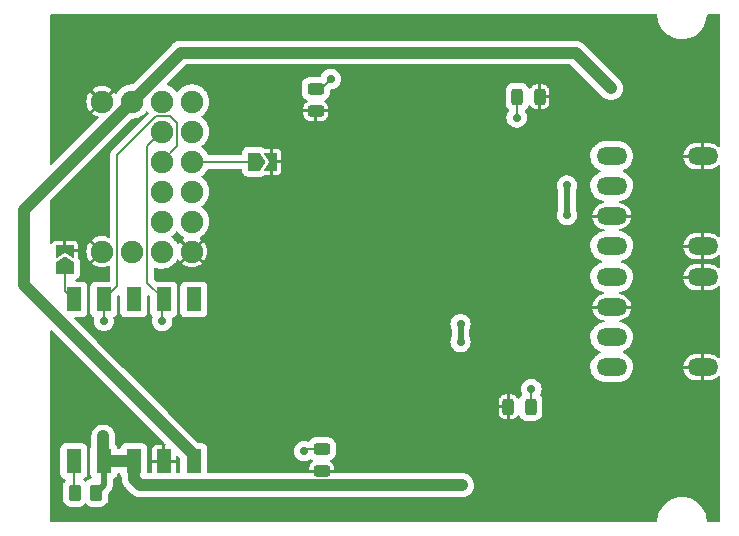
<source format=gtl>
G04 #@! TF.GenerationSoftware,KiCad,Pcbnew,(6.0.0)*
G04 #@! TF.CreationDate,2022-01-21T17:49:37-05:00*
G04 #@! TF.ProjectId,serial_interface,73657269-616c-45f6-996e-746572666163,D1*
G04 #@! TF.SameCoordinates,Original*
G04 #@! TF.FileFunction,Copper,L1,Top*
G04 #@! TF.FilePolarity,Positive*
%FSLAX45Y45*%
G04 Gerber Fmt 4.5, Leading zero omitted, Abs format (unit mm)*
G04 Created by KiCad (PCBNEW (6.0.0)) date 2022-01-21 17:49:37*
%MOMM*%
%LPD*%
G01*
G04 APERTURE LIST*
G04 Aperture macros list*
%AMRoundRect*
0 Rectangle with rounded corners*
0 $1 Rounding radius*
0 $2 $3 $4 $5 $6 $7 $8 $9 X,Y pos of 4 corners*
0 Add a 4 corners polygon primitive as box body*
4,1,4,$2,$3,$4,$5,$6,$7,$8,$9,$2,$3,0*
0 Add four circle primitives for the rounded corners*
1,1,$1+$1,$2,$3*
1,1,$1+$1,$4,$5*
1,1,$1+$1,$6,$7*
1,1,$1+$1,$8,$9*
0 Add four rect primitives between the rounded corners*
20,1,$1+$1,$2,$3,$4,$5,0*
20,1,$1+$1,$4,$5,$6,$7,0*
20,1,$1+$1,$6,$7,$8,$9,0*
20,1,$1+$1,$8,$9,$2,$3,0*%
%AMFreePoly0*
4,1,6,0.500000,-0.750000,-0.650000,-0.750000,-0.150000,0.000000,-0.650000,0.750000,0.500000,0.750000,0.500000,-0.750000,0.500000,-0.750000,$1*%
%AMFreePoly1*
4,1,6,1.000000,0.000000,0.500000,-0.750000,-0.500000,-0.750000,-0.500000,0.750000,0.500000,0.750000,1.000000,0.000000,1.000000,0.000000,$1*%
G04 Aperture macros list end*
G04 #@! TA.AperFunction,SMDPad,CuDef*
%ADD10R,1.300000X2.000000*%
G04 #@! TD*
G04 #@! TA.AperFunction,ComponentPad*
%ADD11C,1.900000*%
G04 #@! TD*
G04 #@! TA.AperFunction,SMDPad,CuDef*
%ADD12RoundRect,0.250000X-0.262500X-0.450000X0.262500X-0.450000X0.262500X0.450000X-0.262500X0.450000X0*%
G04 #@! TD*
G04 #@! TA.AperFunction,SMDPad,CuDef*
%ADD13FreePoly0,0.000000*%
G04 #@! TD*
G04 #@! TA.AperFunction,SMDPad,CuDef*
%ADD14FreePoly1,0.000000*%
G04 #@! TD*
G04 #@! TA.AperFunction,SMDPad,CuDef*
%ADD15FreePoly0,90.000000*%
G04 #@! TD*
G04 #@! TA.AperFunction,SMDPad,CuDef*
%ADD16FreePoly1,90.000000*%
G04 #@! TD*
G04 #@! TA.AperFunction,ComponentPad*
%ADD17O,2.600000X1.500000*%
G04 #@! TD*
G04 #@! TA.AperFunction,SMDPad,CuDef*
%ADD18RoundRect,0.243750X-0.243750X-0.456250X0.243750X-0.456250X0.243750X0.456250X-0.243750X0.456250X0*%
G04 #@! TD*
G04 #@! TA.AperFunction,SMDPad,CuDef*
%ADD19RoundRect,0.243750X0.243750X0.456250X-0.243750X0.456250X-0.243750X-0.456250X0.243750X-0.456250X0*%
G04 #@! TD*
G04 #@! TA.AperFunction,SMDPad,CuDef*
%ADD20RoundRect,0.243750X0.456250X-0.243750X0.456250X0.243750X-0.456250X0.243750X-0.456250X-0.243750X0*%
G04 #@! TD*
G04 #@! TA.AperFunction,ViaPad*
%ADD21C,0.700000*%
G04 #@! TD*
G04 #@! TA.AperFunction,Conductor*
%ADD22C,0.200000*%
G04 #@! TD*
G04 #@! TA.AperFunction,Conductor*
%ADD23C,1.000000*%
G04 #@! TD*
G04 #@! TA.AperFunction,Conductor*
%ADD24C,0.500000*%
G04 #@! TD*
G04 APERTURE END LIST*
D10*
X11375000Y-12585000D03*
X11629000Y-12585000D03*
X11883000Y-12585000D03*
X12137000Y-12585000D03*
X12391000Y-12585000D03*
X12391000Y-11215000D03*
X12137000Y-11215000D03*
X11883000Y-11215000D03*
X11629000Y-11215000D03*
X11375000Y-11215000D03*
D11*
X11613000Y-10810000D03*
X11867000Y-10810000D03*
X12121000Y-10810000D03*
X12375000Y-10810000D03*
X12121000Y-10556000D03*
X12375000Y-10556000D03*
X12121000Y-10302000D03*
X12375000Y-10302000D03*
X12375000Y-10048000D03*
X12121000Y-10048000D03*
X12375000Y-9794000D03*
X12121000Y-9794000D03*
X12375000Y-9540000D03*
X12121000Y-9540000D03*
X11867000Y-9540000D03*
X11613000Y-9540000D03*
D12*
X11383750Y-12850000D03*
X11566250Y-12850000D03*
D13*
X13047500Y-10050000D03*
D14*
X12902500Y-10050000D03*
D15*
X11300000Y-10802500D03*
D16*
X11300000Y-10947500D03*
D17*
X15930388Y-11026000D03*
X15930388Y-11280000D03*
X15930388Y-11534000D03*
X15930388Y-11788000D03*
X16700388Y-11788000D03*
X16700388Y-11026000D03*
X16700388Y-10001000D03*
X16700388Y-10763000D03*
X15930388Y-10763000D03*
X15930388Y-10509000D03*
X15930388Y-10255000D03*
X15930388Y-10001000D03*
D18*
X15243750Y-12125000D03*
X15056250Y-12125000D03*
D19*
X15131250Y-9500000D03*
X15318750Y-9500000D03*
D20*
X13475000Y-12481250D03*
X13475000Y-12668750D03*
X13425000Y-9431250D03*
X13425000Y-9618750D03*
D21*
X13325000Y-12500000D03*
X12987452Y-12787452D03*
X11625000Y-12375000D03*
X14650000Y-11575000D03*
X14650000Y-11425000D03*
X11629000Y-11396000D03*
X15550000Y-10500000D03*
X15550000Y-10250000D03*
X14662548Y-12787452D03*
X13550000Y-9350000D03*
X13217500Y-9132500D03*
X15925000Y-9425000D03*
X12125000Y-11400000D03*
X15250000Y-11975000D03*
X15500000Y-12075000D03*
X15875000Y-12600000D03*
X15700000Y-12300000D03*
X15560000Y-11360000D03*
X15055000Y-10345000D03*
X14500000Y-10075000D03*
X14800000Y-9925000D03*
X14977500Y-9525000D03*
X15125000Y-9675000D03*
D22*
X12377000Y-10050000D02*
X12375000Y-10048000D01*
X12902500Y-10050000D02*
X12377000Y-10050000D01*
X13343750Y-12481250D02*
X13325000Y-12500000D01*
X13475000Y-12481250D02*
X13343750Y-12481250D01*
D23*
X11937452Y-12787452D02*
X14662548Y-12787452D01*
X11883000Y-12733000D02*
X11937452Y-12787452D01*
X11883000Y-12585000D02*
X11883000Y-12733000D01*
X11625000Y-12581000D02*
X11629000Y-12585000D01*
X11625000Y-12375000D02*
X11625000Y-12581000D01*
D24*
X14650000Y-11425000D02*
X14650000Y-11575000D01*
D22*
X11629000Y-11215000D02*
X11629000Y-11396000D01*
D24*
X15550000Y-10250000D02*
X15550000Y-10500000D01*
D22*
X13468750Y-9431250D02*
X13550000Y-9350000D01*
X13425000Y-9431250D02*
X13468750Y-9431250D01*
D23*
X12282000Y-9125000D02*
X15625000Y-9125000D01*
X15625000Y-9125000D02*
X15925000Y-9425000D01*
X11867000Y-9540000D02*
X12282000Y-9125000D01*
X10950000Y-11093098D02*
X10950000Y-10457000D01*
X12391000Y-12534098D02*
X10950000Y-11093098D01*
X10950000Y-10457000D02*
X11867000Y-9540000D01*
X12391000Y-12585000D02*
X12391000Y-12534098D01*
X11629000Y-12585000D02*
X11883000Y-12585000D01*
D24*
X11629000Y-12787250D02*
X11566250Y-12850000D01*
X11629000Y-12585000D02*
X11629000Y-12787250D01*
D22*
X11375000Y-12841250D02*
X11383750Y-12850000D01*
X11375000Y-12585000D02*
X11375000Y-12841250D01*
X11300000Y-10947500D02*
X11300000Y-11140000D01*
X11300000Y-11140000D02*
X11375000Y-11215000D01*
X11742049Y-11101951D02*
X11629000Y-11215000D01*
X11742049Y-9996244D02*
X11742049Y-11101951D01*
X12250000Y-9725000D02*
X12189951Y-9664951D01*
X12250000Y-9919000D02*
X12250000Y-9725000D01*
X12189951Y-9664951D02*
X12073341Y-9664951D01*
X12121000Y-10048000D02*
X12250000Y-9919000D01*
X12073341Y-9664951D02*
X11742049Y-9996244D01*
X11996049Y-9918951D02*
X11996049Y-11074049D01*
X12121000Y-9794000D02*
X11996049Y-9918951D01*
X11996049Y-11074049D02*
X12137000Y-11215000D01*
X12125000Y-11227000D02*
X12137000Y-11215000D01*
X12125000Y-11400000D02*
X12125000Y-11227000D01*
X15243750Y-11981250D02*
X15250000Y-11975000D01*
X15243750Y-12125000D02*
X15243750Y-11981250D01*
X15125000Y-9506250D02*
X15131250Y-9500000D01*
X15125000Y-9675000D02*
X15125000Y-9506250D01*
G04 #@! TA.AperFunction,Conductor*
G36*
X16310011Y-8801891D02*
G01*
X16313607Y-8806841D01*
X16314092Y-8809952D01*
X16314074Y-8813270D01*
X16317827Y-8841773D01*
X16317916Y-8842099D01*
X16317916Y-8842100D01*
X16318509Y-8844266D01*
X16325413Y-8869504D01*
X16336692Y-8895948D01*
X16351456Y-8920616D01*
X16369431Y-8943053D01*
X16390285Y-8962842D01*
X16390559Y-8963039D01*
X16390559Y-8963039D01*
X16391917Y-8964015D01*
X16413632Y-8979619D01*
X16439039Y-8993071D01*
X16439356Y-8993187D01*
X16439356Y-8993187D01*
X16441777Y-8994073D01*
X16466037Y-9002951D01*
X16494126Y-9009076D01*
X16494461Y-9009102D01*
X16494462Y-9009102D01*
X16503650Y-9009825D01*
X16516674Y-9010850D01*
X16532227Y-9010850D01*
X16553682Y-9009387D01*
X16581834Y-9003557D01*
X16608934Y-8993961D01*
X16609233Y-8993806D01*
X16609234Y-8993806D01*
X16634181Y-8980930D01*
X16634181Y-8980930D01*
X16634481Y-8980775D01*
X16658002Y-8964244D01*
X16679062Y-8944674D01*
X16680389Y-8943053D01*
X16697058Y-8922687D01*
X16697271Y-8922427D01*
X16712293Y-8897914D01*
X16723848Y-8871590D01*
X16731724Y-8843941D01*
X16735775Y-8815478D01*
X16735805Y-8809848D01*
X16737726Y-8804039D01*
X16742695Y-8800469D01*
X16745704Y-8800000D01*
X16839300Y-8800000D01*
X16845119Y-8801891D01*
X16848716Y-8806841D01*
X16849200Y-8809900D01*
X16849200Y-9915344D01*
X16847309Y-9921163D01*
X16842359Y-9924760D01*
X16836241Y-9924760D01*
X16832454Y-9922496D01*
X16824214Y-9914608D01*
X16823478Y-9914026D01*
X16806636Y-9903151D01*
X16805804Y-9902720D01*
X16787208Y-9895226D01*
X16786310Y-9894960D01*
X16766520Y-9891095D01*
X16765815Y-9891010D01*
X16765741Y-9891006D01*
X16765496Y-9891000D01*
X16714456Y-9891000D01*
X16713187Y-9891412D01*
X16712888Y-9891824D01*
X16712888Y-10109432D01*
X16713300Y-10110701D01*
X16713712Y-10111000D01*
X16760397Y-10111000D01*
X16760868Y-10110978D01*
X16775814Y-10109552D01*
X16776735Y-10109374D01*
X16795973Y-10103731D01*
X16796843Y-10103383D01*
X16814666Y-10094203D01*
X16815455Y-10093696D01*
X16831220Y-10081313D01*
X16832241Y-10080340D01*
X16832340Y-10080444D01*
X16837064Y-10077599D01*
X16843160Y-10078127D01*
X16847781Y-10082136D01*
X16849200Y-10087243D01*
X16849200Y-10677344D01*
X16847309Y-10683163D01*
X16842359Y-10686760D01*
X16836241Y-10686760D01*
X16832454Y-10684496D01*
X16824214Y-10676608D01*
X16823478Y-10676026D01*
X16806636Y-10665151D01*
X16805804Y-10664720D01*
X16787208Y-10657226D01*
X16786310Y-10656960D01*
X16766520Y-10653095D01*
X16765815Y-10653010D01*
X16765741Y-10653006D01*
X16765496Y-10653000D01*
X16714456Y-10653000D01*
X16713187Y-10653412D01*
X16712888Y-10653824D01*
X16712888Y-10871432D01*
X16713300Y-10872701D01*
X16713712Y-10873000D01*
X16760397Y-10873000D01*
X16760868Y-10872978D01*
X16775814Y-10871552D01*
X16776735Y-10871374D01*
X16795973Y-10865731D01*
X16796843Y-10865383D01*
X16814666Y-10856203D01*
X16815455Y-10855696D01*
X16831220Y-10843313D01*
X16832241Y-10842340D01*
X16832340Y-10842444D01*
X16837064Y-10839599D01*
X16843160Y-10840127D01*
X16847781Y-10844136D01*
X16849200Y-10849243D01*
X16849200Y-10940344D01*
X16847309Y-10946163D01*
X16842359Y-10949760D01*
X16836241Y-10949760D01*
X16832454Y-10947496D01*
X16824214Y-10939608D01*
X16823478Y-10939026D01*
X16806636Y-10928151D01*
X16805804Y-10927720D01*
X16787208Y-10920226D01*
X16786310Y-10919960D01*
X16766520Y-10916095D01*
X16765815Y-10916010D01*
X16765741Y-10916006D01*
X16765496Y-10916000D01*
X16714456Y-10916000D01*
X16713187Y-10916412D01*
X16712888Y-10916824D01*
X16712888Y-11134432D01*
X16713300Y-11135701D01*
X16713712Y-11136000D01*
X16760397Y-11136000D01*
X16760868Y-11135978D01*
X16775814Y-11134552D01*
X16776735Y-11134374D01*
X16795973Y-11128731D01*
X16796843Y-11128383D01*
X16814666Y-11119203D01*
X16815455Y-11118696D01*
X16831220Y-11106313D01*
X16832241Y-11105340D01*
X16832340Y-11105444D01*
X16837064Y-11102599D01*
X16843160Y-11103127D01*
X16847781Y-11107136D01*
X16849200Y-11112243D01*
X16849200Y-11702344D01*
X16847309Y-11708163D01*
X16842359Y-11711760D01*
X16836241Y-11711760D01*
X16832454Y-11709496D01*
X16824214Y-11701608D01*
X16823478Y-11701026D01*
X16806636Y-11690151D01*
X16805804Y-11689720D01*
X16787208Y-11682226D01*
X16786310Y-11681960D01*
X16766520Y-11678095D01*
X16765815Y-11678010D01*
X16765741Y-11678006D01*
X16765496Y-11678000D01*
X16714456Y-11678000D01*
X16713187Y-11678412D01*
X16712888Y-11678824D01*
X16712888Y-11896432D01*
X16713300Y-11897700D01*
X16713712Y-11898000D01*
X16760397Y-11898000D01*
X16760868Y-11897977D01*
X16775814Y-11896552D01*
X16776735Y-11896374D01*
X16795973Y-11890731D01*
X16796843Y-11890382D01*
X16814666Y-11881203D01*
X16815455Y-11880696D01*
X16831220Y-11868313D01*
X16832241Y-11867340D01*
X16832340Y-11867443D01*
X16837064Y-11864599D01*
X16843160Y-11865126D01*
X16847781Y-11869136D01*
X16849200Y-11874243D01*
X16849200Y-13090100D01*
X16847309Y-13095919D01*
X16842359Y-13099515D01*
X16839300Y-13100000D01*
X16745808Y-13100000D01*
X16739989Y-13098109D01*
X16736393Y-13093159D01*
X16735908Y-13090048D01*
X16735924Y-13087066D01*
X16735926Y-13086730D01*
X16732173Y-13058227D01*
X16731580Y-13056059D01*
X16724676Y-13030822D01*
X16724676Y-13030822D01*
X16724587Y-13030496D01*
X16713308Y-13004052D01*
X16698544Y-12979384D01*
X16680569Y-12956947D01*
X16659715Y-12937158D01*
X16659441Y-12936961D01*
X16636642Y-12920578D01*
X16636642Y-12920578D01*
X16636368Y-12920381D01*
X16610961Y-12906929D01*
X16610644Y-12906813D01*
X16610644Y-12906813D01*
X16592835Y-12900296D01*
X16583963Y-12897049D01*
X16555874Y-12890924D01*
X16555538Y-12890898D01*
X16555538Y-12890898D01*
X16546350Y-12890175D01*
X16533326Y-12889150D01*
X16517773Y-12889150D01*
X16496317Y-12890613D01*
X16468166Y-12896443D01*
X16441066Y-12906039D01*
X16440767Y-12906194D01*
X16440766Y-12906194D01*
X16415819Y-12919070D01*
X16415819Y-12919070D01*
X16415519Y-12919225D01*
X16391998Y-12935756D01*
X16370938Y-12955326D01*
X16370725Y-12955586D01*
X16370724Y-12955587D01*
X16365471Y-12962005D01*
X16352729Y-12977573D01*
X16337707Y-13002086D01*
X16326152Y-13028410D01*
X16318276Y-13056059D01*
X16314225Y-13084522D01*
X16314223Y-13084858D01*
X16314223Y-13084859D01*
X16314195Y-13090152D01*
X16312274Y-13095961D01*
X16307305Y-13099531D01*
X16304295Y-13100000D01*
X11184900Y-13100000D01*
X11179081Y-13098109D01*
X11175485Y-13093159D01*
X11175000Y-13090100D01*
X11175000Y-11484622D01*
X11176891Y-11478803D01*
X11181841Y-11475207D01*
X11187959Y-11475207D01*
X11191900Y-11477622D01*
X12150087Y-12435808D01*
X12152865Y-12441260D01*
X12151908Y-12447303D01*
X12151096Y-12448628D01*
X12149500Y-12450824D01*
X12149500Y-12570932D01*
X12149912Y-12572200D01*
X12150324Y-12572500D01*
X12235432Y-12572500D01*
X12236700Y-12572088D01*
X12237000Y-12571676D01*
X12237000Y-12546622D01*
X12238891Y-12540803D01*
X12243841Y-12537206D01*
X12249959Y-12537206D01*
X12253900Y-12539621D01*
X12272250Y-12557972D01*
X12275028Y-12563423D01*
X12275150Y-12564972D01*
X12275150Y-12676702D01*
X12273259Y-12682521D01*
X12268309Y-12686117D01*
X12265250Y-12686602D01*
X12246900Y-12686602D01*
X12241081Y-12684711D01*
X12237484Y-12679761D01*
X12237000Y-12676702D01*
X12237000Y-12599068D01*
X12236588Y-12597799D01*
X12236176Y-12597500D01*
X12038568Y-12597500D01*
X12037300Y-12597912D01*
X12037000Y-12598324D01*
X12037000Y-12676702D01*
X12035109Y-12682521D01*
X12030159Y-12686117D01*
X12027100Y-12686602D01*
X12008750Y-12686602D01*
X12002931Y-12684711D01*
X11999334Y-12679761D01*
X11998850Y-12676702D01*
X11998850Y-12570932D01*
X12037000Y-12570932D01*
X12037412Y-12572200D01*
X12037824Y-12572500D01*
X12122932Y-12572500D01*
X12124200Y-12572088D01*
X12124500Y-12571676D01*
X12124500Y-12451568D01*
X12124088Y-12450300D01*
X12123676Y-12450000D01*
X12069044Y-12450000D01*
X12068325Y-12450053D01*
X12062564Y-12450901D01*
X12061113Y-12451352D01*
X12052078Y-12455787D01*
X12050766Y-12456727D01*
X12043690Y-12463815D01*
X12042753Y-12465129D01*
X12038332Y-12474172D01*
X12037884Y-12475623D01*
X12037052Y-12481328D01*
X12037000Y-12482040D01*
X12037000Y-12570932D01*
X11998850Y-12570932D01*
X11998850Y-12480187D01*
X11998174Y-12473968D01*
X11993061Y-12460329D01*
X11984326Y-12448674D01*
X11972670Y-12439938D01*
X11959032Y-12434825D01*
X11958414Y-12434758D01*
X11958414Y-12434758D01*
X11954816Y-12434368D01*
X11952813Y-12434150D01*
X11813187Y-12434150D01*
X11811184Y-12434368D01*
X11807586Y-12434758D01*
X11807586Y-12434758D01*
X11806968Y-12434825D01*
X11793329Y-12439938D01*
X11781674Y-12448674D01*
X11772938Y-12460329D01*
X11767825Y-12473968D01*
X11767758Y-12474586D01*
X11767758Y-12474586D01*
X11767679Y-12475319D01*
X11765171Y-12480900D01*
X11759861Y-12483941D01*
X11757837Y-12484150D01*
X11754163Y-12484150D01*
X11748344Y-12482259D01*
X11744748Y-12477309D01*
X11744321Y-12475319D01*
X11744242Y-12474586D01*
X11744242Y-12474586D01*
X11744174Y-12473968D01*
X11739061Y-12460329D01*
X11731378Y-12450078D01*
X11730749Y-12449238D01*
X11730749Y-12449238D01*
X11730326Y-12448674D01*
X11729762Y-12448251D01*
X11729263Y-12447752D01*
X11729364Y-12447652D01*
X11726290Y-12443286D01*
X11725850Y-12440367D01*
X11725850Y-12370023D01*
X11724408Y-12355317D01*
X11718692Y-12336383D01*
X11709407Y-12318920D01*
X11696906Y-12303594D01*
X11681667Y-12290987D01*
X11664270Y-12281580D01*
X11658317Y-12279737D01*
X11645839Y-12275875D01*
X11645838Y-12275875D01*
X11645377Y-12275732D01*
X11644896Y-12275681D01*
X11644896Y-12275681D01*
X11626189Y-12273715D01*
X11626189Y-12273715D01*
X11625707Y-12273664D01*
X11617888Y-12274376D01*
X11606493Y-12275413D01*
X11606493Y-12275413D01*
X11606011Y-12275457D01*
X11596525Y-12278249D01*
X11587503Y-12280904D01*
X11587502Y-12280904D01*
X11587038Y-12281041D01*
X11586609Y-12281265D01*
X11586609Y-12281265D01*
X11569940Y-12289980D01*
X11569940Y-12289980D01*
X11569511Y-12290204D01*
X11554097Y-12302597D01*
X11553787Y-12302967D01*
X11553786Y-12302968D01*
X11548446Y-12309332D01*
X11541385Y-12317747D01*
X11531857Y-12335079D01*
X11525876Y-12353931D01*
X11525822Y-12354412D01*
X11525822Y-12354412D01*
X11525721Y-12355317D01*
X11524150Y-12369323D01*
X11524150Y-12450078D01*
X11522172Y-12456015D01*
X11518938Y-12460329D01*
X11513825Y-12473968D01*
X11513150Y-12480187D01*
X11513150Y-12689813D01*
X11513825Y-12696032D01*
X11518938Y-12709670D01*
X11519361Y-12710234D01*
X11519361Y-12710235D01*
X11524132Y-12716600D01*
X11526109Y-12722391D01*
X11524305Y-12728237D01*
X11519343Y-12731929D01*
X11507605Y-12735845D01*
X11507117Y-12736147D01*
X11507116Y-12736148D01*
X11499542Y-12740835D01*
X11492565Y-12745152D01*
X11492159Y-12745559D01*
X11482014Y-12755722D01*
X11476565Y-12758504D01*
X11470521Y-12757552D01*
X11468013Y-12755734D01*
X11459297Y-12747033D01*
X11456515Y-12741584D01*
X11457467Y-12735540D01*
X11461789Y-12731210D01*
X11462816Y-12730757D01*
X11464670Y-12730061D01*
X11476326Y-12721326D01*
X11485061Y-12709670D01*
X11490174Y-12696032D01*
X11490850Y-12689813D01*
X11490850Y-12480187D01*
X11490174Y-12473968D01*
X11485061Y-12460329D01*
X11476326Y-12448674D01*
X11464670Y-12439938D01*
X11451032Y-12434825D01*
X11450414Y-12434758D01*
X11450414Y-12434758D01*
X11446816Y-12434368D01*
X11444813Y-12434150D01*
X11305187Y-12434150D01*
X11303184Y-12434368D01*
X11299586Y-12434758D01*
X11299586Y-12434758D01*
X11298968Y-12434825D01*
X11285329Y-12439938D01*
X11273674Y-12448674D01*
X11264938Y-12460329D01*
X11259825Y-12473968D01*
X11259150Y-12480187D01*
X11259150Y-12689813D01*
X11259825Y-12696032D01*
X11264938Y-12709670D01*
X11273674Y-12721326D01*
X11285329Y-12730061D01*
X11285989Y-12730309D01*
X11285989Y-12730309D01*
X11289052Y-12731457D01*
X11298968Y-12735174D01*
X11299022Y-12735180D01*
X11304050Y-12738247D01*
X11306403Y-12743894D01*
X11304988Y-12749847D01*
X11303542Y-12751687D01*
X11297976Y-12757262D01*
X11297976Y-12757263D01*
X11297569Y-12757670D01*
X11297268Y-12758159D01*
X11289070Y-12771458D01*
X11288288Y-12772726D01*
X11288107Y-12773272D01*
X11288107Y-12773272D01*
X11282890Y-12789001D01*
X11282890Y-12789001D01*
X11282720Y-12789514D01*
X11281650Y-12799960D01*
X11281650Y-12900040D01*
X11282747Y-12910617D01*
X11288345Y-12927395D01*
X11288647Y-12927883D01*
X11288648Y-12927884D01*
X11292499Y-12934107D01*
X11297652Y-12942435D01*
X11310170Y-12954930D01*
X11310659Y-12955232D01*
X11324737Y-12963910D01*
X11324737Y-12963910D01*
X11325226Y-12964211D01*
X11325772Y-12964392D01*
X11325772Y-12964393D01*
X11341501Y-12969609D01*
X11341501Y-12969610D01*
X11342014Y-12969780D01*
X11352460Y-12970850D01*
X11415040Y-12970850D01*
X11425617Y-12969753D01*
X11442395Y-12964155D01*
X11442883Y-12963853D01*
X11442884Y-12963852D01*
X11454042Y-12956947D01*
X11457435Y-12954848D01*
X11467986Y-12944278D01*
X11473435Y-12941496D01*
X11479479Y-12942448D01*
X11481987Y-12944266D01*
X11492670Y-12954930D01*
X11493159Y-12955232D01*
X11507237Y-12963910D01*
X11507237Y-12963910D01*
X11507726Y-12964211D01*
X11508272Y-12964392D01*
X11508272Y-12964393D01*
X11524001Y-12969609D01*
X11524001Y-12969610D01*
X11524514Y-12969780D01*
X11534960Y-12970850D01*
X11597540Y-12970850D01*
X11608117Y-12969753D01*
X11624895Y-12964155D01*
X11625383Y-12963853D01*
X11625384Y-12963852D01*
X11636542Y-12956947D01*
X11639935Y-12954848D01*
X11652430Y-12942330D01*
X11655740Y-12936961D01*
X11661410Y-12927763D01*
X11661410Y-12927763D01*
X11661711Y-12927274D01*
X11667066Y-12911131D01*
X11667109Y-12910999D01*
X11667110Y-12910999D01*
X11667280Y-12910486D01*
X11668350Y-12900040D01*
X11668350Y-12859269D01*
X11670241Y-12853450D01*
X11671250Y-12852268D01*
X11678036Y-12845482D01*
X11679169Y-12844509D01*
X11680618Y-12843442D01*
X11680619Y-12843441D01*
X11681082Y-12843101D01*
X11681454Y-12842663D01*
X11681454Y-12842662D01*
X11684573Y-12838991D01*
X11685118Y-12838400D01*
X11685766Y-12837752D01*
X11687558Y-12835486D01*
X11687775Y-12835223D01*
X11692533Y-12829621D01*
X11692795Y-12829110D01*
X11693114Y-12828631D01*
X11693123Y-12828637D01*
X11693324Y-12828325D01*
X11693314Y-12828319D01*
X11693617Y-12827829D01*
X11693973Y-12827378D01*
X11694280Y-12826722D01*
X11697084Y-12820723D01*
X11697236Y-12820412D01*
X11697620Y-12819659D01*
X11700577Y-12813869D01*
X11700714Y-12813310D01*
X11700914Y-12812771D01*
X11700924Y-12812775D01*
X11701048Y-12812425D01*
X11701037Y-12812422D01*
X11701219Y-12811876D01*
X11701462Y-12811355D01*
X11701579Y-12810792D01*
X11701580Y-12810791D01*
X11702958Y-12804163D01*
X11703034Y-12803826D01*
X11704676Y-12797117D01*
X11704781Y-12796689D01*
X11704850Y-12795574D01*
X11704873Y-12795575D01*
X11704920Y-12795176D01*
X11704896Y-12795174D01*
X11704947Y-12794601D01*
X11705064Y-12794038D01*
X11704854Y-12786261D01*
X11704850Y-12785993D01*
X11704850Y-12742104D01*
X11706741Y-12736285D01*
X11711275Y-12732834D01*
X11718010Y-12730309D01*
X11718670Y-12730061D01*
X11730326Y-12721326D01*
X11739061Y-12709670D01*
X11744174Y-12696032D01*
X11744321Y-12694681D01*
X11746829Y-12689100D01*
X11752138Y-12686059D01*
X11754163Y-12685850D01*
X11757837Y-12685850D01*
X11763656Y-12687741D01*
X11767252Y-12692691D01*
X11767679Y-12694681D01*
X11767825Y-12696032D01*
X11772938Y-12709670D01*
X11773361Y-12710234D01*
X11773361Y-12710235D01*
X11780172Y-12719322D01*
X11782150Y-12725260D01*
X11782150Y-12726962D01*
X11782092Y-12728031D01*
X11781845Y-12730309D01*
X11781668Y-12731939D01*
X11781993Y-12735663D01*
X11782112Y-12737022D01*
X11782133Y-12737493D01*
X11782138Y-12737493D01*
X11782150Y-12737734D01*
X11782150Y-12737977D01*
X11782174Y-12738219D01*
X11782570Y-12742263D01*
X11782580Y-12742363D01*
X11783391Y-12751641D01*
X11783525Y-12752101D01*
X11783545Y-12752204D01*
X11783545Y-12752207D01*
X11783592Y-12752683D01*
X11783732Y-12753147D01*
X11783732Y-12753147D01*
X11786282Y-12761593D01*
X11786311Y-12761692D01*
X11788909Y-12770634D01*
X11789129Y-12771059D01*
X11789131Y-12771062D01*
X11789170Y-12771158D01*
X11789308Y-12771617D01*
X11789898Y-12772726D01*
X11793681Y-12779840D01*
X11793729Y-12779932D01*
X11798011Y-12788193D01*
X11798309Y-12788566D01*
X11798312Y-12788571D01*
X11798368Y-12788656D01*
X11798593Y-12789080D01*
X11798899Y-12789455D01*
X11798900Y-12789455D01*
X11804473Y-12796289D01*
X11804538Y-12796370D01*
X11807501Y-12800081D01*
X11807502Y-12800082D01*
X11807674Y-12800297D01*
X11807869Y-12800492D01*
X11808054Y-12800699D01*
X11808045Y-12800707D01*
X11808363Y-12801058D01*
X11811093Y-12804406D01*
X11814649Y-12807348D01*
X11814724Y-12807409D01*
X11815414Y-12808037D01*
X11861871Y-12854494D01*
X11862586Y-12855291D01*
X11865049Y-12858354D01*
X11865419Y-12858665D01*
X11865420Y-12858666D01*
X11868957Y-12861634D01*
X11869305Y-12861953D01*
X11869309Y-12861949D01*
X11869490Y-12862113D01*
X11869659Y-12862283D01*
X11869845Y-12862436D01*
X11872988Y-12865017D01*
X11873067Y-12865083D01*
X11880199Y-12871067D01*
X11880619Y-12871298D01*
X11880705Y-12871356D01*
X11880709Y-12871359D01*
X11881078Y-12871662D01*
X11881505Y-12871891D01*
X11889280Y-12876060D01*
X11889371Y-12876109D01*
X11897531Y-12880595D01*
X11897986Y-12880740D01*
X11897989Y-12880741D01*
X11898085Y-12880781D01*
X11898086Y-12880782D01*
X11898508Y-12881008D01*
X11905359Y-12883103D01*
X11907413Y-12883731D01*
X11907512Y-12883762D01*
X11916383Y-12886575D01*
X11916857Y-12886629D01*
X11916871Y-12886631D01*
X11916963Y-12886651D01*
X11917422Y-12886791D01*
X11926049Y-12887667D01*
X11926689Y-12887732D01*
X11926792Y-12887743D01*
X11931499Y-12888271D01*
X11931499Y-12888271D01*
X11931775Y-12888302D01*
X11932052Y-12888302D01*
X11932327Y-12888317D01*
X11932327Y-12888329D01*
X11932799Y-12888353D01*
X11937098Y-12888789D01*
X11937580Y-12888744D01*
X11941790Y-12888346D01*
X11942722Y-12888302D01*
X14667525Y-12888302D01*
X14682231Y-12886860D01*
X14701165Y-12881144D01*
X14718628Y-12871859D01*
X14733954Y-12859358D01*
X14745872Y-12844953D01*
X14746253Y-12844492D01*
X14746253Y-12844492D01*
X14746561Y-12844119D01*
X14755104Y-12828319D01*
X14755738Y-12827147D01*
X14755738Y-12827147D01*
X14755968Y-12826722D01*
X14759946Y-12813869D01*
X14761673Y-12808291D01*
X14761673Y-12808290D01*
X14761816Y-12807829D01*
X14762176Y-12804406D01*
X14763833Y-12788641D01*
X14763833Y-12788641D01*
X14763883Y-12788159D01*
X14763172Y-12780340D01*
X14762135Y-12768945D01*
X14762135Y-12768945D01*
X14762091Y-12768463D01*
X14759058Y-12758159D01*
X14756644Y-12749955D01*
X14756644Y-12749954D01*
X14756507Y-12749490D01*
X14754452Y-12745559D01*
X14747568Y-12732392D01*
X14747568Y-12732392D01*
X14747344Y-12731963D01*
X14734951Y-12716549D01*
X14734581Y-12716239D01*
X14734580Y-12716238D01*
X14728216Y-12710898D01*
X14719801Y-12703837D01*
X14719376Y-12703603D01*
X14719376Y-12703603D01*
X14702894Y-12694542D01*
X14702894Y-12694542D01*
X14702469Y-12694309D01*
X14683617Y-12688328D01*
X14683136Y-12688274D01*
X14683136Y-12688274D01*
X14668501Y-12686633D01*
X14668501Y-12686633D01*
X14668225Y-12686602D01*
X13588422Y-12686602D01*
X13582603Y-12684711D01*
X13581109Y-12682655D01*
X13579176Y-12681250D01*
X13371568Y-12681250D01*
X13370299Y-12681662D01*
X13369675Y-12682521D01*
X13364725Y-12686117D01*
X13361666Y-12686602D01*
X12516750Y-12686602D01*
X12510931Y-12684711D01*
X12507334Y-12679761D01*
X12506850Y-12676702D01*
X12506850Y-12500000D01*
X13238677Y-12500000D01*
X13240563Y-12517947D01*
X13240724Y-12518440D01*
X13240724Y-12518440D01*
X13243763Y-12527795D01*
X13246140Y-12535111D01*
X13246399Y-12535560D01*
X13246400Y-12535560D01*
X13247596Y-12537633D01*
X13255163Y-12550739D01*
X13255510Y-12551125D01*
X13266892Y-12563765D01*
X13266892Y-12563765D01*
X13267239Y-12564150D01*
X13281838Y-12574758D01*
X13282312Y-12574968D01*
X13282312Y-12574969D01*
X13297851Y-12581887D01*
X13297851Y-12581887D01*
X13298325Y-12582098D01*
X13298832Y-12582206D01*
X13298832Y-12582206D01*
X13302452Y-12582975D01*
X13315977Y-12585850D01*
X13334023Y-12585850D01*
X13347548Y-12582975D01*
X13351168Y-12582206D01*
X13351168Y-12582206D01*
X13351675Y-12582098D01*
X13352149Y-12581887D01*
X13352149Y-12581887D01*
X13367688Y-12574969D01*
X13367688Y-12574968D01*
X13368161Y-12574758D01*
X13368580Y-12574453D01*
X13368581Y-12574453D01*
X13376566Y-12568652D01*
X13382385Y-12566761D01*
X13387580Y-12568233D01*
X13391796Y-12570832D01*
X13394016Y-12572200D01*
X13397367Y-12574266D01*
X13397913Y-12574447D01*
X13397924Y-12574451D01*
X13397929Y-12574455D01*
X13398434Y-12574690D01*
X13398387Y-12574792D01*
X13402852Y-12578077D01*
X13404707Y-12583908D01*
X13402780Y-12589715D01*
X13399757Y-12592421D01*
X13398916Y-12592906D01*
X13387543Y-12601633D01*
X13386633Y-12602543D01*
X13377906Y-12613916D01*
X13377263Y-12615031D01*
X13371777Y-12628275D01*
X13371444Y-12629519D01*
X13370042Y-12640162D01*
X13370000Y-12640808D01*
X13370000Y-12654682D01*
X13370412Y-12655950D01*
X13370824Y-12656250D01*
X13578432Y-12656250D01*
X13579700Y-12655838D01*
X13580000Y-12655426D01*
X13580000Y-12640808D01*
X13579958Y-12640162D01*
X13578556Y-12629518D01*
X13578223Y-12628275D01*
X13572737Y-12615031D01*
X13572094Y-12613917D01*
X13563366Y-12602543D01*
X13562457Y-12601633D01*
X13551083Y-12592906D01*
X13550226Y-12592411D01*
X13546132Y-12587864D01*
X13545493Y-12581779D01*
X13548553Y-12576480D01*
X13551693Y-12574651D01*
X13551686Y-12574636D01*
X13551851Y-12574559D01*
X13552044Y-12574447D01*
X13552753Y-12574210D01*
X13553241Y-12573908D01*
X13553242Y-12573908D01*
X13567180Y-12565282D01*
X13567669Y-12564980D01*
X13580062Y-12552565D01*
X13589266Y-12537633D01*
X13590266Y-12534617D01*
X13594618Y-12521497D01*
X13594788Y-12520983D01*
X13595850Y-12510623D01*
X13595850Y-12451877D01*
X13594762Y-12441387D01*
X13592900Y-12435808D01*
X13589392Y-12425293D01*
X13589392Y-12425293D01*
X13589210Y-12424747D01*
X13588908Y-12424259D01*
X13588908Y-12424258D01*
X13580282Y-12410320D01*
X13579980Y-12409831D01*
X13567565Y-12397438D01*
X13552633Y-12388234D01*
X13552087Y-12388053D01*
X13552087Y-12388053D01*
X13540532Y-12384220D01*
X13535983Y-12382711D01*
X13525623Y-12381650D01*
X13475377Y-12381650D01*
X13424377Y-12381650D01*
X13413887Y-12382738D01*
X13397247Y-12388290D01*
X13396759Y-12388592D01*
X13396758Y-12388592D01*
X13383403Y-12396857D01*
X13382331Y-12397520D01*
X13369938Y-12409935D01*
X13366696Y-12415195D01*
X13362033Y-12419157D01*
X13355932Y-12419621D01*
X13354241Y-12419045D01*
X13351675Y-12417902D01*
X13351168Y-12417794D01*
X13351168Y-12417794D01*
X13347548Y-12417025D01*
X13334023Y-12414150D01*
X13315977Y-12414150D01*
X13302452Y-12417025D01*
X13298832Y-12417794D01*
X13298832Y-12417794D01*
X13298325Y-12417902D01*
X13297851Y-12418113D01*
X13297851Y-12418113D01*
X13282312Y-12425031D01*
X13282312Y-12425031D01*
X13281839Y-12425242D01*
X13267239Y-12435850D01*
X13266892Y-12436234D01*
X13266892Y-12436235D01*
X13263557Y-12439938D01*
X13255163Y-12449261D01*
X13252787Y-12453376D01*
X13248391Y-12460990D01*
X13246140Y-12464889D01*
X13245980Y-12465383D01*
X13240799Y-12481328D01*
X13240563Y-12482052D01*
X13238677Y-12500000D01*
X12506850Y-12500000D01*
X12506850Y-12480187D01*
X12506174Y-12473968D01*
X12501061Y-12460329D01*
X12492326Y-12448674D01*
X12480670Y-12439938D01*
X12467032Y-12434825D01*
X12466414Y-12434758D01*
X12466414Y-12434758D01*
X12462816Y-12434368D01*
X12460813Y-12434150D01*
X12437776Y-12434150D01*
X12431957Y-12432259D01*
X12430776Y-12431250D01*
X12173718Y-12174192D01*
X14972500Y-12174192D01*
X14972542Y-12174838D01*
X14973944Y-12185481D01*
X14974277Y-12186725D01*
X14979763Y-12199969D01*
X14980406Y-12201083D01*
X14989133Y-12212457D01*
X14990043Y-12213367D01*
X15001416Y-12222094D01*
X15002531Y-12222737D01*
X15015775Y-12228223D01*
X15017019Y-12228556D01*
X15027662Y-12229958D01*
X15028308Y-12230000D01*
X15042182Y-12230000D01*
X15043450Y-12229588D01*
X15043750Y-12229176D01*
X15043750Y-12228432D01*
X15068750Y-12228432D01*
X15069162Y-12229700D01*
X15069574Y-12230000D01*
X15084192Y-12230000D01*
X15084838Y-12229958D01*
X15095481Y-12228556D01*
X15096725Y-12228223D01*
X15109969Y-12222737D01*
X15111083Y-12222094D01*
X15122457Y-12213366D01*
X15123367Y-12212457D01*
X15132094Y-12201083D01*
X15132589Y-12200226D01*
X15137136Y-12196132D01*
X15143221Y-12195493D01*
X15148520Y-12198553D01*
X15150349Y-12201693D01*
X15150364Y-12201686D01*
X15150441Y-12201851D01*
X15150553Y-12202044D01*
X15150790Y-12202753D01*
X15151092Y-12203241D01*
X15151092Y-12203242D01*
X15156795Y-12212457D01*
X15160020Y-12217669D01*
X15172435Y-12230062D01*
X15187367Y-12239266D01*
X15187913Y-12239447D01*
X15187913Y-12239447D01*
X15199468Y-12243280D01*
X15204016Y-12244788D01*
X15214377Y-12245850D01*
X15243531Y-12245850D01*
X15273123Y-12245850D01*
X15283613Y-12244762D01*
X15300253Y-12239210D01*
X15300741Y-12238908D01*
X15300742Y-12238908D01*
X15314680Y-12230282D01*
X15315169Y-12229980D01*
X15316922Y-12228223D01*
X15327155Y-12217972D01*
X15327562Y-12217565D01*
X15332164Y-12210099D01*
X15336464Y-12203122D01*
X15336464Y-12203122D01*
X15336766Y-12202633D01*
X15337025Y-12201851D01*
X15342118Y-12186497D01*
X15342288Y-12185983D01*
X15343350Y-12175623D01*
X15343350Y-12074377D01*
X15342262Y-12063887D01*
X15337639Y-12050031D01*
X15336892Y-12047793D01*
X15336892Y-12047793D01*
X15336710Y-12047247D01*
X15336408Y-12046759D01*
X15336408Y-12046758D01*
X15327782Y-12032820D01*
X15327782Y-12032820D01*
X15327480Y-12032331D01*
X15325598Y-12030453D01*
X15322815Y-12025003D01*
X15324018Y-12018496D01*
X15328860Y-12010111D01*
X15334436Y-11992947D01*
X15336323Y-11975000D01*
X15334436Y-11957052D01*
X15328860Y-11939889D01*
X15319837Y-11924261D01*
X15310455Y-11913842D01*
X15308108Y-11911235D01*
X15308108Y-11911234D01*
X15307761Y-11910850D01*
X15293161Y-11900242D01*
X15292688Y-11900031D01*
X15292688Y-11900031D01*
X15277149Y-11893113D01*
X15277149Y-11893113D01*
X15276675Y-11892902D01*
X15276168Y-11892794D01*
X15276168Y-11892794D01*
X15272548Y-11892025D01*
X15259023Y-11889150D01*
X15240977Y-11889150D01*
X15227452Y-11892025D01*
X15223832Y-11892794D01*
X15223832Y-11892794D01*
X15223325Y-11892902D01*
X15222851Y-11893113D01*
X15222851Y-11893113D01*
X15207312Y-11900031D01*
X15207312Y-11900031D01*
X15206839Y-11900242D01*
X15192239Y-11910850D01*
X15191892Y-11911234D01*
X15191892Y-11911235D01*
X15189544Y-11913842D01*
X15180163Y-11924261D01*
X15171140Y-11939889D01*
X15165563Y-11957052D01*
X15163677Y-11975000D01*
X15165563Y-11992947D01*
X15171140Y-12010111D01*
X15171406Y-12010572D01*
X15171408Y-12010579D01*
X15171610Y-12011034D01*
X15171514Y-12011077D01*
X15172679Y-12016557D01*
X15169839Y-12022516D01*
X15167279Y-12025081D01*
X15159938Y-12032435D01*
X15156790Y-12037543D01*
X15151109Y-12046758D01*
X15150734Y-12047367D01*
X15150553Y-12047913D01*
X15150549Y-12047924D01*
X15150545Y-12047929D01*
X15150310Y-12048434D01*
X15150208Y-12048387D01*
X15146922Y-12052852D01*
X15141092Y-12054707D01*
X15135285Y-12052780D01*
X15132579Y-12049757D01*
X15132094Y-12048916D01*
X15123366Y-12037543D01*
X15122457Y-12036633D01*
X15111083Y-12027906D01*
X15109969Y-12027263D01*
X15096725Y-12021777D01*
X15095481Y-12021444D01*
X15084838Y-12020042D01*
X15084192Y-12020000D01*
X15070318Y-12020000D01*
X15069049Y-12020412D01*
X15068750Y-12020824D01*
X15068750Y-12228432D01*
X15043750Y-12228432D01*
X15043750Y-12139068D01*
X15043338Y-12137799D01*
X15042926Y-12137500D01*
X14974068Y-12137500D01*
X14972800Y-12137912D01*
X14972500Y-12138324D01*
X14972500Y-12174192D01*
X12173718Y-12174192D01*
X12110458Y-12110932D01*
X14972500Y-12110932D01*
X14972912Y-12112200D01*
X14973324Y-12112500D01*
X15042182Y-12112500D01*
X15043450Y-12112088D01*
X15043750Y-12111676D01*
X15043750Y-12021568D01*
X15043338Y-12020300D01*
X15042926Y-12020000D01*
X15028308Y-12020000D01*
X15027662Y-12020042D01*
X15017018Y-12021444D01*
X15015775Y-12021777D01*
X15002531Y-12027263D01*
X15001417Y-12027906D01*
X14990043Y-12036633D01*
X14989133Y-12037543D01*
X14980406Y-12048916D01*
X14979763Y-12050031D01*
X14974277Y-12063275D01*
X14973944Y-12064519D01*
X14972542Y-12075162D01*
X14972500Y-12075808D01*
X14972500Y-12110932D01*
X12110458Y-12110932D01*
X11791495Y-11791969D01*
X15749092Y-11791969D01*
X15749145Y-11792406D01*
X15749145Y-11792407D01*
X15750845Y-11806459D01*
X15751790Y-11814271D01*
X15758396Y-11835743D01*
X15768700Y-11855706D01*
X15782376Y-11873529D01*
X15782702Y-11873826D01*
X15782702Y-11873827D01*
X15790809Y-11881203D01*
X15798992Y-11888648D01*
X15818022Y-11900586D01*
X15838866Y-11908966D01*
X15860865Y-11913521D01*
X15866565Y-11913850D01*
X15991088Y-11913850D01*
X15991307Y-11913830D01*
X15991308Y-11913830D01*
X16007325Y-11912401D01*
X16007326Y-11912401D01*
X16007764Y-11912362D01*
X16008189Y-11912246D01*
X16008189Y-11912245D01*
X16029008Y-11906550D01*
X16029433Y-11906434D01*
X16049710Y-11896762D01*
X16058104Y-11890731D01*
X16067595Y-11883910D01*
X16067595Y-11883910D01*
X16067953Y-11883653D01*
X16070818Y-11880696D01*
X16083280Y-11867837D01*
X16083587Y-11867520D01*
X16088762Y-11859819D01*
X16095871Y-11849240D01*
X16095871Y-11849239D01*
X16096117Y-11848874D01*
X16105147Y-11828303D01*
X16110391Y-11806459D01*
X16110585Y-11803099D01*
X16110683Y-11801393D01*
X16535889Y-11801393D01*
X16535968Y-11803099D01*
X16536100Y-11804028D01*
X16540797Y-11823517D01*
X16541103Y-11824404D01*
X16549401Y-11842654D01*
X16549868Y-11843467D01*
X16561467Y-11859819D01*
X16562080Y-11860529D01*
X16576562Y-11874392D01*
X16577298Y-11874974D01*
X16594140Y-11885849D01*
X16594972Y-11886280D01*
X16613568Y-11893774D01*
X16614466Y-11894040D01*
X16634256Y-11897905D01*
X16634961Y-11897990D01*
X16635035Y-11897994D01*
X16635280Y-11898000D01*
X16686320Y-11898000D01*
X16687588Y-11897588D01*
X16687888Y-11897176D01*
X16687888Y-11802068D01*
X16687476Y-11800799D01*
X16687064Y-11800500D01*
X16537416Y-11800500D01*
X16536147Y-11800912D01*
X16535910Y-11801239D01*
X16535889Y-11801393D01*
X16110683Y-11801393D01*
X16111659Y-11784471D01*
X16111684Y-11784031D01*
X16111631Y-11783594D01*
X16111631Y-11783593D01*
X16110464Y-11773948D01*
X16536274Y-11773948D01*
X16536500Y-11775263D01*
X16536604Y-11775364D01*
X16537188Y-11775500D01*
X16686320Y-11775500D01*
X16687588Y-11775088D01*
X16687888Y-11774676D01*
X16687888Y-11679568D01*
X16687476Y-11678299D01*
X16687064Y-11678000D01*
X16640379Y-11678000D01*
X16639908Y-11678022D01*
X16624962Y-11679448D01*
X16624041Y-11679626D01*
X16604803Y-11685269D01*
X16603933Y-11685617D01*
X16586110Y-11694797D01*
X16585321Y-11695304D01*
X16569556Y-11707687D01*
X16568876Y-11708335D01*
X16555737Y-11723476D01*
X16555192Y-11724240D01*
X16545153Y-11741593D01*
X16544763Y-11742445D01*
X16538186Y-11761385D01*
X16537964Y-11762295D01*
X16536274Y-11773948D01*
X16110464Y-11773948D01*
X16109038Y-11762166D01*
X16109038Y-11762166D01*
X16108985Y-11761728D01*
X16102380Y-11740256D01*
X16092076Y-11720294D01*
X16078400Y-11702471D01*
X16070524Y-11695304D01*
X16062111Y-11687649D01*
X16062111Y-11687649D01*
X16061784Y-11687351D01*
X16042754Y-11675414D01*
X16036147Y-11672758D01*
X16030307Y-11670410D01*
X16025613Y-11666485D01*
X16024122Y-11660551D01*
X16026404Y-11654874D01*
X16029737Y-11652289D01*
X16042183Y-11646352D01*
X16049710Y-11642762D01*
X16055272Y-11638765D01*
X16067595Y-11629910D01*
X16067595Y-11629910D01*
X16067953Y-11629653D01*
X16071372Y-11626125D01*
X16083280Y-11613837D01*
X16083587Y-11613520D01*
X16088053Y-11606875D01*
X16095871Y-11595240D01*
X16095871Y-11595239D01*
X16096117Y-11594874D01*
X16097189Y-11592432D01*
X16104615Y-11575516D01*
X16105147Y-11574303D01*
X16110391Y-11552459D01*
X16111684Y-11530031D01*
X16111631Y-11529594D01*
X16111631Y-11529593D01*
X16109038Y-11508166D01*
X16109038Y-11508166D01*
X16108985Y-11507728D01*
X16102380Y-11486256D01*
X16101536Y-11484622D01*
X16095811Y-11473530D01*
X16092076Y-11466294D01*
X16078400Y-11448471D01*
X16061784Y-11433351D01*
X16042754Y-11421414D01*
X16021910Y-11413034D01*
X16005511Y-11409638D01*
X16000188Y-11408536D01*
X15994873Y-11405504D01*
X15992355Y-11399928D01*
X15993596Y-11393937D01*
X15998122Y-11389819D01*
X16001255Y-11388986D01*
X16005814Y-11388552D01*
X16006735Y-11388374D01*
X16025973Y-11382731D01*
X16026843Y-11382382D01*
X16044666Y-11373203D01*
X16045455Y-11372696D01*
X16061220Y-11360313D01*
X16061900Y-11359665D01*
X16075039Y-11344524D01*
X16075584Y-11343760D01*
X16085623Y-11326407D01*
X16086013Y-11325554D01*
X16092590Y-11306615D01*
X16092812Y-11305705D01*
X16094502Y-11294052D01*
X16094276Y-11292737D01*
X16094172Y-11292636D01*
X16093588Y-11292500D01*
X15767416Y-11292500D01*
X15766147Y-11292912D01*
X15765910Y-11293239D01*
X15765889Y-11293393D01*
X15765968Y-11295099D01*
X15766100Y-11296028D01*
X15770797Y-11315517D01*
X15771103Y-11316404D01*
X15779401Y-11334654D01*
X15779868Y-11335467D01*
X15791467Y-11351819D01*
X15792080Y-11352529D01*
X15806562Y-11366392D01*
X15807298Y-11366974D01*
X15824140Y-11377849D01*
X15824972Y-11378280D01*
X15843568Y-11385774D01*
X15844466Y-11386040D01*
X15861597Y-11389386D01*
X15866946Y-11392357D01*
X15869527Y-11397904D01*
X15868354Y-11403909D01*
X15863876Y-11408078D01*
X15860580Y-11408963D01*
X15853451Y-11409599D01*
X15853450Y-11409599D01*
X15853012Y-11409638D01*
X15852587Y-11409754D01*
X15852587Y-11409754D01*
X15835459Y-11414440D01*
X15831343Y-11415566D01*
X15811066Y-11425238D01*
X15810708Y-11425495D01*
X15810708Y-11425495D01*
X15793181Y-11438089D01*
X15793181Y-11438090D01*
X15792823Y-11438347D01*
X15777189Y-11454480D01*
X15776943Y-11454846D01*
X15764905Y-11472760D01*
X15764904Y-11472761D01*
X15764659Y-11473126D01*
X15755629Y-11493697D01*
X15750385Y-11515541D01*
X15749092Y-11537969D01*
X15749145Y-11538406D01*
X15749145Y-11538407D01*
X15751463Y-11557568D01*
X15751790Y-11560271D01*
X15758396Y-11581743D01*
X15768700Y-11601706D01*
X15782376Y-11619529D01*
X15798992Y-11634648D01*
X15818022Y-11646586D01*
X15824629Y-11649242D01*
X15830469Y-11651590D01*
X15835163Y-11655515D01*
X15836654Y-11661449D01*
X15834372Y-11667126D01*
X15831039Y-11669711D01*
X15811066Y-11679238D01*
X15810708Y-11679495D01*
X15810708Y-11679495D01*
X15793181Y-11692089D01*
X15793181Y-11692090D01*
X15792823Y-11692347D01*
X15792515Y-11692664D01*
X15784412Y-11701026D01*
X15777189Y-11708480D01*
X15776943Y-11708846D01*
X15764905Y-11726760D01*
X15764904Y-11726761D01*
X15764659Y-11727126D01*
X15755629Y-11747697D01*
X15750385Y-11769541D01*
X15750359Y-11769980D01*
X15750359Y-11769981D01*
X15750065Y-11775088D01*
X15749092Y-11791969D01*
X11791495Y-11791969D01*
X11574526Y-11575000D01*
X14563677Y-11575000D01*
X14565563Y-11592947D01*
X14571140Y-11610111D01*
X14580163Y-11625739D01*
X14580510Y-11626125D01*
X14591892Y-11638765D01*
X14591892Y-11638765D01*
X14592239Y-11639150D01*
X14606838Y-11649758D01*
X14607312Y-11649968D01*
X14607312Y-11649969D01*
X14622851Y-11656887D01*
X14622851Y-11656887D01*
X14623325Y-11657098D01*
X14623832Y-11657206D01*
X14623832Y-11657206D01*
X14627452Y-11657975D01*
X14640977Y-11660850D01*
X14659023Y-11660850D01*
X14672548Y-11657975D01*
X14676168Y-11657206D01*
X14676168Y-11657206D01*
X14676675Y-11657098D01*
X14677149Y-11656887D01*
X14677149Y-11656887D01*
X14692688Y-11649969D01*
X14692688Y-11649968D01*
X14693161Y-11649758D01*
X14707761Y-11639150D01*
X14708108Y-11638765D01*
X14708108Y-11638765D01*
X14719489Y-11626125D01*
X14719837Y-11625739D01*
X14728860Y-11610111D01*
X14734436Y-11592947D01*
X14736323Y-11575000D01*
X14734436Y-11557052D01*
X14728860Y-11539889D01*
X14727497Y-11537529D01*
X14727176Y-11536973D01*
X14725850Y-11532023D01*
X14725850Y-11467977D01*
X14727176Y-11463027D01*
X14728601Y-11460560D01*
X14728601Y-11460560D01*
X14728860Y-11460111D01*
X14734436Y-11442947D01*
X14736323Y-11425000D01*
X14734436Y-11407052D01*
X14728860Y-11389889D01*
X14719837Y-11374261D01*
X14713275Y-11366974D01*
X14708108Y-11361235D01*
X14708108Y-11361234D01*
X14707761Y-11360850D01*
X14693161Y-11350242D01*
X14692688Y-11350031D01*
X14692688Y-11350031D01*
X14677149Y-11343113D01*
X14677149Y-11343113D01*
X14676675Y-11342902D01*
X14676168Y-11342794D01*
X14676168Y-11342794D01*
X14672548Y-11342025D01*
X14659023Y-11339150D01*
X14640977Y-11339150D01*
X14627452Y-11342025D01*
X14623832Y-11342794D01*
X14623832Y-11342794D01*
X14623325Y-11342902D01*
X14622851Y-11343113D01*
X14622851Y-11343113D01*
X14607312Y-11350031D01*
X14607312Y-11350031D01*
X14606839Y-11350242D01*
X14592239Y-11360850D01*
X14591892Y-11361234D01*
X14591892Y-11361235D01*
X14586724Y-11366974D01*
X14580163Y-11374261D01*
X14571140Y-11389889D01*
X14565563Y-11407052D01*
X14563677Y-11425000D01*
X14565563Y-11442947D01*
X14571140Y-11460111D01*
X14571399Y-11460560D01*
X14571399Y-11460560D01*
X14572824Y-11463027D01*
X14574150Y-11467977D01*
X14574150Y-11532023D01*
X14572824Y-11536973D01*
X14572503Y-11537529D01*
X14571140Y-11539889D01*
X14565563Y-11557052D01*
X14563677Y-11575000D01*
X11574526Y-11575000D01*
X11382276Y-11382750D01*
X11379498Y-11377299D01*
X11380455Y-11371255D01*
X11384782Y-11366929D01*
X11389276Y-11365850D01*
X11444813Y-11365850D01*
X11446816Y-11365632D01*
X11450414Y-11365242D01*
X11450414Y-11365241D01*
X11451032Y-11365174D01*
X11462044Y-11361046D01*
X11464011Y-11360309D01*
X11464011Y-11360309D01*
X11464670Y-11360061D01*
X11476326Y-11351326D01*
X11485061Y-11339670D01*
X11490174Y-11326032D01*
X11490850Y-11319813D01*
X11490850Y-11110187D01*
X11490632Y-11108184D01*
X11490242Y-11104586D01*
X11490241Y-11104586D01*
X11490174Y-11103968D01*
X11486459Y-11094057D01*
X11485309Y-11090989D01*
X11485309Y-11090989D01*
X11485061Y-11090330D01*
X11476326Y-11078674D01*
X11464670Y-11069939D01*
X11451032Y-11064826D01*
X11450414Y-11064759D01*
X11450414Y-11064758D01*
X11446816Y-11064368D01*
X11444813Y-11064150D01*
X11397357Y-11064150D01*
X11391538Y-11062259D01*
X11387942Y-11057309D01*
X11387942Y-11051191D01*
X11391538Y-11046241D01*
X11394568Y-11044751D01*
X11395662Y-11044430D01*
X11396341Y-11044230D01*
X11398043Y-11043137D01*
X11408046Y-11036708D01*
X11408047Y-11036708D01*
X11408642Y-11036325D01*
X11409106Y-11035790D01*
X11409106Y-11035790D01*
X11417754Y-11025809D01*
X11418218Y-11025274D01*
X11421156Y-11018841D01*
X11423998Y-11012618D01*
X11424292Y-11011973D01*
X11426373Y-10997500D01*
X11426373Y-10897500D01*
X11426120Y-10893493D01*
X11425998Y-10891553D01*
X11425966Y-10891044D01*
X11422082Y-10876947D01*
X11421250Y-10875603D01*
X11414758Y-10865117D01*
X11414757Y-10865117D01*
X11414385Y-10864515D01*
X11413776Y-10863969D01*
X11413730Y-10863890D01*
X11413403Y-10863500D01*
X11413471Y-10863443D01*
X11410705Y-10858677D01*
X11410484Y-10856597D01*
X11410484Y-10816568D01*
X11410072Y-10815300D01*
X11409660Y-10815000D01*
X11346861Y-10815000D01*
X11341370Y-10813337D01*
X11338068Y-10811136D01*
X11337010Y-10810431D01*
X11482541Y-10810431D01*
X11484448Y-10832229D01*
X11484598Y-10833078D01*
X11490261Y-10854215D01*
X11490556Y-10855025D01*
X11499804Y-10874856D01*
X11500235Y-10875603D01*
X11511478Y-10891660D01*
X11512543Y-10892463D01*
X11512607Y-10892464D01*
X11513237Y-10892085D01*
X11594214Y-10811109D01*
X11594819Y-10809920D01*
X11594739Y-10809417D01*
X11513486Y-10728164D01*
X11512298Y-10727559D01*
X11512236Y-10727568D01*
X11511680Y-10728051D01*
X11500235Y-10744397D01*
X11499804Y-10745144D01*
X11490556Y-10764976D01*
X11490261Y-10765785D01*
X11484598Y-10786922D01*
X11484448Y-10787771D01*
X11482541Y-10809569D01*
X11482541Y-10810431D01*
X11337010Y-10810431D01*
X11333570Y-10808137D01*
X11329777Y-10803336D01*
X11329530Y-10797223D01*
X11332924Y-10792132D01*
X11339061Y-10790000D01*
X11408916Y-10790000D01*
X11410184Y-10789588D01*
X11410484Y-10789176D01*
X11410484Y-10752807D01*
X11410446Y-10752196D01*
X11409487Y-10744501D01*
X11409110Y-10743133D01*
X11405035Y-10733843D01*
X11404151Y-10732489D01*
X11397350Y-10725102D01*
X11396073Y-10724108D01*
X11387243Y-10719329D01*
X11385712Y-10718804D01*
X11375404Y-10717083D01*
X11374591Y-10717016D01*
X11314068Y-10717016D01*
X11312799Y-10717428D01*
X11312500Y-10717840D01*
X11312500Y-10786594D01*
X11310609Y-10792413D01*
X11305659Y-10796010D01*
X11301356Y-10796416D01*
X11299137Y-10796134D01*
X11298438Y-10796247D01*
X11297730Y-10796259D01*
X11297725Y-10795966D01*
X11292928Y-10795219D01*
X11288590Y-10790903D01*
X11287500Y-10786387D01*
X11287500Y-10718584D01*
X11287088Y-10717316D01*
X11286676Y-10717016D01*
X11225307Y-10717016D01*
X11224695Y-10717054D01*
X11217001Y-10718013D01*
X11215632Y-10718390D01*
X11206343Y-10722465D01*
X11204989Y-10723349D01*
X11197601Y-10730150D01*
X11196608Y-10731427D01*
X11193607Y-10736972D01*
X11189174Y-10741190D01*
X11183109Y-10741997D01*
X11177728Y-10739085D01*
X11175087Y-10733566D01*
X11175000Y-10732260D01*
X11175000Y-10378724D01*
X11176891Y-10372905D01*
X11177900Y-10371724D01*
X11860734Y-9688889D01*
X11866186Y-9686111D01*
X11868097Y-9685996D01*
X11873639Y-9686199D01*
X11874041Y-9686148D01*
X11874041Y-9686148D01*
X11897025Y-9683204D01*
X11897025Y-9683203D01*
X11897428Y-9683152D01*
X11897817Y-9683035D01*
X11897818Y-9683035D01*
X11918150Y-9676935D01*
X11920400Y-9676260D01*
X11941937Y-9665709D01*
X11942590Y-9665243D01*
X11961132Y-9652017D01*
X11961463Y-9651782D01*
X11978451Y-9634852D01*
X11985736Y-9624714D01*
X11990667Y-9621092D01*
X11996786Y-9621060D01*
X12001755Y-9624630D01*
X12002216Y-9625317D01*
X12002901Y-9626435D01*
X12007429Y-9631662D01*
X12007497Y-9631741D01*
X12009878Y-9637377D01*
X12008491Y-9643336D01*
X12007015Y-9645223D01*
X11702300Y-9949938D01*
X11701327Y-9950791D01*
X11698650Y-9952845D01*
X11696201Y-9956036D01*
X11696201Y-9956036D01*
X11694384Y-9958405D01*
X11689291Y-9965041D01*
X11689291Y-9965042D01*
X11688896Y-9965556D01*
X11682778Y-9980326D01*
X11682765Y-9980359D01*
X11681199Y-9992255D01*
X11681199Y-9992256D01*
X11680674Y-9996244D01*
X11680759Y-9996887D01*
X11681114Y-9999588D01*
X11681199Y-10000880D01*
X11681199Y-10682823D01*
X11679308Y-10688642D01*
X11674358Y-10692238D01*
X11668240Y-10692238D01*
X11667115Y-10691795D01*
X11658024Y-10687556D01*
X11657215Y-10687262D01*
X11636078Y-10681598D01*
X11635229Y-10681448D01*
X11613431Y-10679541D01*
X11612569Y-10679541D01*
X11590771Y-10681448D01*
X11589922Y-10681598D01*
X11568785Y-10687262D01*
X11567975Y-10687556D01*
X11548144Y-10696804D01*
X11547397Y-10697235D01*
X11531340Y-10708478D01*
X11530537Y-10709544D01*
X11530536Y-10709607D01*
X11530915Y-10710237D01*
X11623677Y-10803000D01*
X11626455Y-10808451D01*
X11625498Y-10814495D01*
X11623677Y-10817000D01*
X11613000Y-10827678D01*
X11531164Y-10909514D01*
X11530558Y-10910702D01*
X11530568Y-10910764D01*
X11531051Y-10911320D01*
X11547397Y-10922765D01*
X11548144Y-10923196D01*
X11567975Y-10932444D01*
X11568785Y-10932739D01*
X11589922Y-10938402D01*
X11590771Y-10938552D01*
X11612569Y-10940459D01*
X11613431Y-10940459D01*
X11635229Y-10938552D01*
X11636078Y-10938402D01*
X11657215Y-10932739D01*
X11658024Y-10932444D01*
X11667115Y-10928205D01*
X11673188Y-10927459D01*
X11678539Y-10930426D01*
X11681125Y-10935971D01*
X11681199Y-10937177D01*
X11681199Y-11054250D01*
X11679308Y-11060069D01*
X11674358Y-11063666D01*
X11671299Y-11064150D01*
X11559187Y-11064150D01*
X11557184Y-11064368D01*
X11553586Y-11064758D01*
X11553586Y-11064759D01*
X11552968Y-11064826D01*
X11539329Y-11069939D01*
X11527674Y-11078674D01*
X11518938Y-11090330D01*
X11518691Y-11090989D01*
X11518691Y-11090989D01*
X11517541Y-11094057D01*
X11513825Y-11103968D01*
X11513758Y-11104586D01*
X11513758Y-11104586D01*
X11513368Y-11108184D01*
X11513150Y-11110187D01*
X11513150Y-11319813D01*
X11513825Y-11326032D01*
X11518938Y-11339670D01*
X11527674Y-11351326D01*
X11539329Y-11360061D01*
X11539989Y-11360309D01*
X11539990Y-11360309D01*
X11540340Y-11360440D01*
X11540582Y-11360633D01*
X11540608Y-11360648D01*
X11540606Y-11360652D01*
X11545125Y-11364253D01*
X11546755Y-11370151D01*
X11546280Y-11372769D01*
X11544836Y-11377214D01*
X11544563Y-11378052D01*
X11542677Y-11396000D01*
X11544563Y-11413947D01*
X11550140Y-11431111D01*
X11550399Y-11431560D01*
X11550400Y-11431560D01*
X11552165Y-11434617D01*
X11559163Y-11446739D01*
X11559510Y-11447125D01*
X11570892Y-11459765D01*
X11570892Y-11459765D01*
X11571239Y-11460150D01*
X11585838Y-11470758D01*
X11586312Y-11470968D01*
X11586312Y-11470969D01*
X11601851Y-11477887D01*
X11601851Y-11477887D01*
X11602325Y-11478098D01*
X11602832Y-11478206D01*
X11602832Y-11478206D01*
X11605642Y-11478803D01*
X11619977Y-11481850D01*
X11638023Y-11481850D01*
X11652358Y-11478803D01*
X11655168Y-11478206D01*
X11655168Y-11478206D01*
X11655675Y-11478098D01*
X11656149Y-11477887D01*
X11656149Y-11477887D01*
X11671688Y-11470969D01*
X11671688Y-11470968D01*
X11672161Y-11470758D01*
X11686761Y-11460150D01*
X11687108Y-11459765D01*
X11687108Y-11459765D01*
X11698489Y-11447125D01*
X11698837Y-11446739D01*
X11705835Y-11434617D01*
X11707600Y-11431560D01*
X11707600Y-11431560D01*
X11707860Y-11431111D01*
X11713436Y-11413947D01*
X11715323Y-11396000D01*
X11713436Y-11378052D01*
X11713164Y-11377214D01*
X11711720Y-11372769D01*
X11711720Y-11366651D01*
X11715316Y-11361701D01*
X11717660Y-11360440D01*
X11718010Y-11360309D01*
X11718011Y-11360309D01*
X11718670Y-11360061D01*
X11730326Y-11351326D01*
X11739061Y-11339670D01*
X11744174Y-11326032D01*
X11744850Y-11319813D01*
X11744850Y-11189306D01*
X11746741Y-11183487D01*
X11747750Y-11182305D01*
X11750250Y-11179805D01*
X11755701Y-11177028D01*
X11761744Y-11177985D01*
X11766071Y-11182311D01*
X11767150Y-11186806D01*
X11767150Y-11319813D01*
X11767825Y-11326032D01*
X11772938Y-11339670D01*
X11781674Y-11351326D01*
X11793329Y-11360061D01*
X11793989Y-11360309D01*
X11793989Y-11360309D01*
X11795956Y-11361046D01*
X11806968Y-11365174D01*
X11807586Y-11365241D01*
X11807586Y-11365242D01*
X11811184Y-11365632D01*
X11813187Y-11365850D01*
X11952813Y-11365850D01*
X11954816Y-11365632D01*
X11958414Y-11365242D01*
X11958414Y-11365241D01*
X11959032Y-11365174D01*
X11970044Y-11361046D01*
X11972011Y-11360309D01*
X11972011Y-11360309D01*
X11972670Y-11360061D01*
X11984326Y-11351326D01*
X11993061Y-11339670D01*
X11998174Y-11326032D01*
X11998850Y-11319813D01*
X11998850Y-11186806D01*
X12000741Y-11180987D01*
X12005691Y-11177390D01*
X12011809Y-11177390D01*
X12015750Y-11179805D01*
X12018250Y-11182305D01*
X12021028Y-11187757D01*
X12021150Y-11189306D01*
X12021150Y-11319813D01*
X12021825Y-11326032D01*
X12026938Y-11339670D01*
X12035674Y-11351326D01*
X12036238Y-11351749D01*
X12036239Y-11351749D01*
X12041968Y-11356043D01*
X12045491Y-11361046D01*
X12045446Y-11367025D01*
X12041863Y-11378052D01*
X12040563Y-11382052D01*
X12038677Y-11400000D01*
X12040563Y-11417947D01*
X12046140Y-11435111D01*
X12055163Y-11450739D01*
X12055510Y-11451125D01*
X12066892Y-11463765D01*
X12066892Y-11463765D01*
X12067239Y-11464150D01*
X12081838Y-11474758D01*
X12082312Y-11474968D01*
X12082312Y-11474969D01*
X12097851Y-11481887D01*
X12097851Y-11481887D01*
X12098325Y-11482098D01*
X12098832Y-11482206D01*
X12098832Y-11482206D01*
X12102452Y-11482975D01*
X12115977Y-11485850D01*
X12134023Y-11485850D01*
X12147548Y-11482975D01*
X12151168Y-11482206D01*
X12151168Y-11482206D01*
X12151675Y-11482098D01*
X12152149Y-11481887D01*
X12152149Y-11481887D01*
X12167688Y-11474969D01*
X12167688Y-11474968D01*
X12168161Y-11474758D01*
X12182761Y-11464150D01*
X12183108Y-11463765D01*
X12183108Y-11463765D01*
X12194489Y-11451125D01*
X12194837Y-11450739D01*
X12203860Y-11435111D01*
X12209436Y-11417947D01*
X12211323Y-11400000D01*
X12209436Y-11382052D01*
X12208890Y-11380370D01*
X12207864Y-11377214D01*
X12207864Y-11371095D01*
X12211461Y-11366145D01*
X12213805Y-11364885D01*
X12222298Y-11361701D01*
X12226670Y-11360061D01*
X12238326Y-11351326D01*
X12247061Y-11339670D01*
X12252174Y-11326032D01*
X12252850Y-11319813D01*
X12275150Y-11319813D01*
X12275825Y-11326032D01*
X12280938Y-11339670D01*
X12289674Y-11351326D01*
X12301329Y-11360061D01*
X12301989Y-11360309D01*
X12301989Y-11360309D01*
X12303956Y-11361046D01*
X12314968Y-11365174D01*
X12315586Y-11365241D01*
X12315586Y-11365242D01*
X12319184Y-11365632D01*
X12321187Y-11365850D01*
X12460813Y-11365850D01*
X12462816Y-11365632D01*
X12466414Y-11365242D01*
X12466414Y-11365241D01*
X12467032Y-11365174D01*
X12478044Y-11361046D01*
X12480011Y-11360309D01*
X12480011Y-11360309D01*
X12480670Y-11360061D01*
X12492326Y-11351326D01*
X12501061Y-11339670D01*
X12506174Y-11326032D01*
X12506850Y-11319813D01*
X12506850Y-11110187D01*
X12506632Y-11108184D01*
X12506242Y-11104586D01*
X12506241Y-11104586D01*
X12506174Y-11103968D01*
X12502459Y-11094057D01*
X12501309Y-11090989D01*
X12501309Y-11090989D01*
X12501061Y-11090330D01*
X12492326Y-11078674D01*
X12480670Y-11069939D01*
X12467032Y-11064826D01*
X12466414Y-11064759D01*
X12466414Y-11064758D01*
X12462816Y-11064368D01*
X12460813Y-11064150D01*
X12321187Y-11064150D01*
X12319184Y-11064368D01*
X12315586Y-11064758D01*
X12315586Y-11064759D01*
X12314968Y-11064826D01*
X12301329Y-11069939D01*
X12289674Y-11078674D01*
X12280938Y-11090330D01*
X12280691Y-11090989D01*
X12280691Y-11090989D01*
X12279541Y-11094057D01*
X12275825Y-11103968D01*
X12275758Y-11104586D01*
X12275758Y-11104586D01*
X12275368Y-11108184D01*
X12275150Y-11110187D01*
X12275150Y-11319813D01*
X12252850Y-11319813D01*
X12252850Y-11110187D01*
X12252632Y-11108184D01*
X12252242Y-11104586D01*
X12252241Y-11104586D01*
X12252174Y-11103968D01*
X12248459Y-11094057D01*
X12247309Y-11090989D01*
X12247309Y-11090989D01*
X12247061Y-11090330D01*
X12238326Y-11078674D01*
X12226670Y-11069939D01*
X12213032Y-11064826D01*
X12212414Y-11064759D01*
X12212414Y-11064758D01*
X12208816Y-11064368D01*
X12206813Y-11064150D01*
X12076306Y-11064150D01*
X12070487Y-11062259D01*
X12069305Y-11061250D01*
X12059798Y-11051744D01*
X12057021Y-11046292D01*
X12056899Y-11044743D01*
X12056899Y-11029969D01*
X15749092Y-11029969D01*
X15749145Y-11030406D01*
X15749145Y-11030407D01*
X15751373Y-11048822D01*
X15751790Y-11052272D01*
X15758396Y-11073744D01*
X15758599Y-11074136D01*
X15758599Y-11074136D01*
X15761232Y-11079238D01*
X15768700Y-11093706D01*
X15768969Y-11094057D01*
X15781141Y-11109921D01*
X15782376Y-11111529D01*
X15782702Y-11111826D01*
X15782702Y-11111827D01*
X15790809Y-11119203D01*
X15798992Y-11126649D01*
X15818022Y-11138586D01*
X15838866Y-11146966D01*
X15839298Y-11147055D01*
X15860588Y-11151464D01*
X15865903Y-11154496D01*
X15868421Y-11160072D01*
X15867180Y-11166063D01*
X15862654Y-11170181D01*
X15859521Y-11171014D01*
X15854962Y-11171448D01*
X15854041Y-11171626D01*
X15834803Y-11177269D01*
X15833933Y-11177618D01*
X15816110Y-11186797D01*
X15815321Y-11187304D01*
X15799556Y-11199687D01*
X15798876Y-11200335D01*
X15785737Y-11215476D01*
X15785192Y-11216240D01*
X15775153Y-11233593D01*
X15774763Y-11234445D01*
X15768186Y-11253385D01*
X15767964Y-11254295D01*
X15766274Y-11265948D01*
X15766500Y-11267263D01*
X15766604Y-11267364D01*
X15767188Y-11267500D01*
X16093360Y-11267500D01*
X16094629Y-11267088D01*
X16094866Y-11266761D01*
X16094887Y-11266607D01*
X16094808Y-11264901D01*
X16094675Y-11263972D01*
X16089979Y-11244483D01*
X16089673Y-11243596D01*
X16081375Y-11225346D01*
X16080908Y-11224533D01*
X16069309Y-11208181D01*
X16068696Y-11207471D01*
X16054214Y-11193608D01*
X16053478Y-11193026D01*
X16036636Y-11182151D01*
X16035804Y-11181720D01*
X16017208Y-11174226D01*
X16016310Y-11173960D01*
X15999179Y-11170614D01*
X15993830Y-11167643D01*
X15991249Y-11162096D01*
X15992422Y-11156091D01*
X15996900Y-11151922D01*
X16000196Y-11151037D01*
X16007325Y-11150401D01*
X16007326Y-11150401D01*
X16007764Y-11150362D01*
X16008189Y-11150246D01*
X16008189Y-11150246D01*
X16029008Y-11144550D01*
X16029433Y-11144434D01*
X16049710Y-11134762D01*
X16058104Y-11128731D01*
X16067595Y-11121911D01*
X16067595Y-11121910D01*
X16067953Y-11121653D01*
X16070818Y-11118696D01*
X16083280Y-11105837D01*
X16083587Y-11105520D01*
X16088762Y-11097819D01*
X16095871Y-11087240D01*
X16095871Y-11087239D01*
X16096117Y-11086874D01*
X16105147Y-11066303D01*
X16110391Y-11044459D01*
X16110426Y-11043848D01*
X16110683Y-11039393D01*
X16535889Y-11039393D01*
X16535968Y-11041099D01*
X16536100Y-11042028D01*
X16540797Y-11061517D01*
X16541103Y-11062404D01*
X16549401Y-11080654D01*
X16549868Y-11081467D01*
X16561467Y-11097819D01*
X16562080Y-11098529D01*
X16576562Y-11112392D01*
X16577298Y-11112974D01*
X16594140Y-11123849D01*
X16594972Y-11124280D01*
X16613568Y-11131774D01*
X16614466Y-11132040D01*
X16634256Y-11135905D01*
X16634961Y-11135990D01*
X16635035Y-11135994D01*
X16635280Y-11136000D01*
X16686320Y-11136000D01*
X16687588Y-11135588D01*
X16687888Y-11135176D01*
X16687888Y-11040068D01*
X16687476Y-11038800D01*
X16687064Y-11038500D01*
X16537416Y-11038500D01*
X16536147Y-11038912D01*
X16535910Y-11039239D01*
X16535889Y-11039393D01*
X16110683Y-11039393D01*
X16111252Y-11029529D01*
X16111684Y-11022031D01*
X16111631Y-11021594D01*
X16111631Y-11021593D01*
X16110464Y-11011948D01*
X16536274Y-11011948D01*
X16536500Y-11013263D01*
X16536604Y-11013364D01*
X16537188Y-11013500D01*
X16686320Y-11013500D01*
X16687588Y-11013088D01*
X16687888Y-11012676D01*
X16687888Y-10917568D01*
X16687476Y-10916300D01*
X16687064Y-10916000D01*
X16640379Y-10916000D01*
X16639908Y-10916023D01*
X16624962Y-10917448D01*
X16624041Y-10917626D01*
X16604803Y-10923269D01*
X16603933Y-10923618D01*
X16586110Y-10932797D01*
X16585321Y-10933304D01*
X16569556Y-10945687D01*
X16568876Y-10946335D01*
X16555737Y-10961476D01*
X16555192Y-10962240D01*
X16545153Y-10979593D01*
X16544763Y-10980446D01*
X16538186Y-10999385D01*
X16537964Y-11000295D01*
X16536274Y-11011948D01*
X16110464Y-11011948D01*
X16109038Y-11000166D01*
X16109038Y-11000166D01*
X16108985Y-10999729D01*
X16102380Y-10978257D01*
X16092076Y-10958294D01*
X16082638Y-10945994D01*
X16078669Y-10940821D01*
X16078669Y-10940821D01*
X16078400Y-10940471D01*
X16076291Y-10938552D01*
X16062111Y-10925649D01*
X16062111Y-10925649D01*
X16061784Y-10925352D01*
X16042754Y-10913414D01*
X16021910Y-10905034D01*
X16017471Y-10904115D01*
X16012156Y-10901084D01*
X16009638Y-10895507D01*
X16010879Y-10889516D01*
X16015404Y-10885398D01*
X16016866Y-10884872D01*
X16029008Y-10881550D01*
X16029008Y-10881550D01*
X16029433Y-10881434D01*
X16049710Y-10871762D01*
X16058104Y-10865731D01*
X16067595Y-10858911D01*
X16067595Y-10858910D01*
X16067953Y-10858653D01*
X16072254Y-10854215D01*
X16083280Y-10842837D01*
X16083587Y-10842520D01*
X16090502Y-10832229D01*
X16095871Y-10824240D01*
X16095871Y-10824239D01*
X16096117Y-10823874D01*
X16105147Y-10803303D01*
X16110391Y-10781459D01*
X16110585Y-10778099D01*
X16110683Y-10776393D01*
X16535889Y-10776393D01*
X16535968Y-10778099D01*
X16536100Y-10779028D01*
X16540797Y-10798517D01*
X16541103Y-10799404D01*
X16549401Y-10817654D01*
X16549868Y-10818467D01*
X16561467Y-10834819D01*
X16562080Y-10835529D01*
X16576562Y-10849392D01*
X16577298Y-10849974D01*
X16594140Y-10860849D01*
X16594972Y-10861280D01*
X16613568Y-10868774D01*
X16614466Y-10869040D01*
X16634256Y-10872905D01*
X16634961Y-10872990D01*
X16635035Y-10872994D01*
X16635280Y-10873000D01*
X16686320Y-10873000D01*
X16687588Y-10872588D01*
X16687888Y-10872176D01*
X16687888Y-10777068D01*
X16687476Y-10775800D01*
X16687064Y-10775500D01*
X16537416Y-10775500D01*
X16536147Y-10775912D01*
X16535910Y-10776239D01*
X16535889Y-10776393D01*
X16110683Y-10776393D01*
X16111295Y-10765785D01*
X16111684Y-10759031D01*
X16111631Y-10758594D01*
X16111631Y-10758593D01*
X16110464Y-10748948D01*
X16536274Y-10748948D01*
X16536500Y-10750263D01*
X16536604Y-10750364D01*
X16537188Y-10750500D01*
X16686320Y-10750500D01*
X16687588Y-10750088D01*
X16687888Y-10749676D01*
X16687888Y-10654568D01*
X16687476Y-10653300D01*
X16687064Y-10653000D01*
X16640379Y-10653000D01*
X16639908Y-10653023D01*
X16624962Y-10654448D01*
X16624041Y-10654626D01*
X16604803Y-10660269D01*
X16603933Y-10660618D01*
X16586110Y-10669797D01*
X16585321Y-10670304D01*
X16569556Y-10682687D01*
X16568876Y-10683335D01*
X16555737Y-10698476D01*
X16555192Y-10699240D01*
X16545153Y-10716593D01*
X16544763Y-10717446D01*
X16538186Y-10736385D01*
X16537964Y-10737295D01*
X16536274Y-10748948D01*
X16110464Y-10748948D01*
X16109038Y-10737166D01*
X16109038Y-10737166D01*
X16108985Y-10736729D01*
X16106962Y-10730150D01*
X16102510Y-10715679D01*
X16102510Y-10715679D01*
X16102380Y-10715257D01*
X16092076Y-10695294D01*
X16081452Y-10681448D01*
X16078669Y-10677821D01*
X16078669Y-10677821D01*
X16078400Y-10677471D01*
X16077346Y-10676511D01*
X16062111Y-10662649D01*
X16062111Y-10662649D01*
X16061784Y-10662352D01*
X16042754Y-10650414D01*
X16021910Y-10642034D01*
X16005511Y-10638638D01*
X16000188Y-10637536D01*
X15994873Y-10634505D01*
X15992355Y-10628928D01*
X15993596Y-10622937D01*
X15998122Y-10618819D01*
X16001255Y-10617987D01*
X16005814Y-10617552D01*
X16006735Y-10617374D01*
X16025973Y-10611731D01*
X16026843Y-10611383D01*
X16044666Y-10602203D01*
X16045455Y-10601696D01*
X16061220Y-10589313D01*
X16061900Y-10588665D01*
X16075039Y-10573524D01*
X16075584Y-10572760D01*
X16085623Y-10555407D01*
X16086013Y-10554555D01*
X16092590Y-10535615D01*
X16092812Y-10534705D01*
X16094502Y-10523052D01*
X16094276Y-10521737D01*
X16094172Y-10521636D01*
X16093588Y-10521500D01*
X15767416Y-10521500D01*
X15766147Y-10521912D01*
X15765910Y-10522239D01*
X15765889Y-10522393D01*
X15765968Y-10524099D01*
X15766100Y-10525028D01*
X15770797Y-10544517D01*
X15771103Y-10545404D01*
X15779401Y-10563654D01*
X15779868Y-10564467D01*
X15791467Y-10580819D01*
X15792080Y-10581529D01*
X15806562Y-10595392D01*
X15807298Y-10595974D01*
X15824140Y-10606849D01*
X15824972Y-10607280D01*
X15843568Y-10614774D01*
X15844466Y-10615040D01*
X15861597Y-10618386D01*
X15866946Y-10621357D01*
X15869527Y-10626904D01*
X15868354Y-10632909D01*
X15863876Y-10637078D01*
X15860580Y-10637963D01*
X15853451Y-10638599D01*
X15853450Y-10638599D01*
X15853012Y-10638638D01*
X15852587Y-10638754D01*
X15852587Y-10638755D01*
X15831768Y-10644450D01*
X15831343Y-10644566D01*
X15811066Y-10654238D01*
X15810708Y-10654495D01*
X15810708Y-10654495D01*
X15793181Y-10667090D01*
X15793181Y-10667090D01*
X15792823Y-10667347D01*
X15792515Y-10667664D01*
X15778732Y-10681888D01*
X15777189Y-10683480D01*
X15773206Y-10689407D01*
X15764905Y-10701760D01*
X15764904Y-10701761D01*
X15764659Y-10702126D01*
X15755629Y-10722697D01*
X15750385Y-10744541D01*
X15750359Y-10744980D01*
X15750359Y-10744981D01*
X15750065Y-10750088D01*
X15749092Y-10766969D01*
X15749145Y-10767406D01*
X15749145Y-10767407D01*
X15751737Y-10788834D01*
X15751790Y-10789272D01*
X15751920Y-10789693D01*
X15752574Y-10791819D01*
X15758396Y-10810744D01*
X15758599Y-10811136D01*
X15758599Y-10811136D01*
X15760332Y-10814495D01*
X15768700Y-10830706D01*
X15782376Y-10848529D01*
X15782702Y-10848826D01*
X15782702Y-10848827D01*
X15790809Y-10856203D01*
X15798992Y-10863649D01*
X15818022Y-10875586D01*
X15838866Y-10883966D01*
X15843305Y-10884885D01*
X15848620Y-10887916D01*
X15851138Y-10893493D01*
X15849897Y-10899484D01*
X15845372Y-10903602D01*
X15843910Y-10904128D01*
X15831768Y-10907450D01*
X15831768Y-10907450D01*
X15831343Y-10907566D01*
X15811066Y-10917238D01*
X15810708Y-10917495D01*
X15810708Y-10917495D01*
X15793181Y-10930090D01*
X15793181Y-10930090D01*
X15792823Y-10930347D01*
X15792515Y-10930664D01*
X15777576Y-10946081D01*
X15777189Y-10946480D01*
X15774461Y-10950539D01*
X15764905Y-10964760D01*
X15764904Y-10964761D01*
X15764659Y-10965126D01*
X15755629Y-10985697D01*
X15750385Y-11007541D01*
X15750359Y-11007980D01*
X15750359Y-11007981D01*
X15750065Y-11013088D01*
X15749092Y-11029969D01*
X12056899Y-11029969D01*
X12056899Y-10956030D01*
X12058790Y-10950211D01*
X12063740Y-10946615D01*
X12070331Y-10946782D01*
X12080170Y-10950539D01*
X12080567Y-10950620D01*
X12080567Y-10950620D01*
X12103273Y-10955239D01*
X12103274Y-10955239D01*
X12103672Y-10955320D01*
X12104077Y-10955335D01*
X12104078Y-10955335D01*
X12109981Y-10955552D01*
X12127639Y-10956199D01*
X12128041Y-10956148D01*
X12128041Y-10956148D01*
X12151025Y-10953204D01*
X12151025Y-10953203D01*
X12151428Y-10953152D01*
X12151817Y-10953035D01*
X12151818Y-10953035D01*
X12170281Y-10947496D01*
X12174400Y-10946260D01*
X12195937Y-10935709D01*
X12199309Y-10933304D01*
X12215132Y-10922017D01*
X12215463Y-10921782D01*
X12226581Y-10910702D01*
X12292558Y-10910702D01*
X12292568Y-10910764D01*
X12293051Y-10911320D01*
X12309397Y-10922765D01*
X12310144Y-10923196D01*
X12329975Y-10932444D01*
X12330785Y-10932739D01*
X12351922Y-10938402D01*
X12352771Y-10938552D01*
X12374569Y-10940459D01*
X12375431Y-10940459D01*
X12397229Y-10938552D01*
X12398078Y-10938402D01*
X12419215Y-10932739D01*
X12420024Y-10932444D01*
X12439856Y-10923196D01*
X12440603Y-10922765D01*
X12456660Y-10911522D01*
X12457463Y-10910457D01*
X12457464Y-10910393D01*
X12457085Y-10909763D01*
X12376109Y-10828786D01*
X12374920Y-10828181D01*
X12374417Y-10828261D01*
X12293164Y-10909514D01*
X12292558Y-10910702D01*
X12226581Y-10910702D01*
X12232451Y-10904852D01*
X12232971Y-10904128D01*
X12237734Y-10897500D01*
X12246446Y-10885376D01*
X12248408Y-10881406D01*
X12252682Y-10877027D01*
X12258713Y-10875996D01*
X12264198Y-10878707D01*
X12265393Y-10880114D01*
X12273478Y-10891660D01*
X12274543Y-10892463D01*
X12274607Y-10892464D01*
X12275237Y-10892085D01*
X12356214Y-10811109D01*
X12356738Y-10810080D01*
X12393181Y-10810080D01*
X12393260Y-10810583D01*
X12474514Y-10891836D01*
X12475702Y-10892442D01*
X12475764Y-10892432D01*
X12476319Y-10891949D01*
X12487765Y-10875603D01*
X12488196Y-10874856D01*
X12497444Y-10855025D01*
X12497738Y-10854215D01*
X12503402Y-10833078D01*
X12503552Y-10832229D01*
X12505459Y-10810431D01*
X12505459Y-10809569D01*
X12503552Y-10787771D01*
X12503402Y-10786922D01*
X12497738Y-10765785D01*
X12497444Y-10764976D01*
X12488196Y-10745144D01*
X12487765Y-10744397D01*
X12476522Y-10728340D01*
X12475456Y-10727537D01*
X12475393Y-10727536D01*
X12474763Y-10727915D01*
X12393786Y-10808891D01*
X12393181Y-10810080D01*
X12356738Y-10810080D01*
X12356819Y-10809920D01*
X12356739Y-10809417D01*
X12275486Y-10728164D01*
X12274298Y-10727559D01*
X12274236Y-10727568D01*
X12273680Y-10728051D01*
X12265494Y-10739742D01*
X12260608Y-10743425D01*
X12254490Y-10743531D01*
X12249478Y-10740022D01*
X12249072Y-10739441D01*
X12236951Y-10720705D01*
X12234345Y-10717840D01*
X12227653Y-10710486D01*
X12220810Y-10702967D01*
X12220492Y-10702715D01*
X12220491Y-10702715D01*
X12211592Y-10695686D01*
X12205211Y-10690647D01*
X12201816Y-10685557D01*
X12202062Y-10679443D01*
X12205598Y-10674818D01*
X12212798Y-10669682D01*
X12215463Y-10667782D01*
X12229469Y-10653824D01*
X12232163Y-10651139D01*
X12232451Y-10650852D01*
X12239736Y-10640714D01*
X12244667Y-10637092D01*
X12250786Y-10637060D01*
X12255755Y-10640630D01*
X12256216Y-10641317D01*
X12256901Y-10642435D01*
X12257167Y-10642742D01*
X12257168Y-10642743D01*
X12272338Y-10660255D01*
X12272338Y-10660256D01*
X12272604Y-10660563D01*
X12272917Y-10660823D01*
X12272917Y-10660823D01*
X12290745Y-10675624D01*
X12290745Y-10675624D01*
X12291057Y-10675883D01*
X12300623Y-10681473D01*
X12304336Y-10683643D01*
X12308407Y-10688211D01*
X12309014Y-10694299D01*
X12305927Y-10699582D01*
X12305020Y-10700300D01*
X12293340Y-10708478D01*
X12292537Y-10709544D01*
X12292536Y-10709607D01*
X12292915Y-10710237D01*
X12373891Y-10791214D01*
X12375080Y-10791819D01*
X12375583Y-10791740D01*
X12456836Y-10710486D01*
X12457441Y-10709298D01*
X12457432Y-10709236D01*
X12456949Y-10708681D01*
X12445139Y-10700411D01*
X12441457Y-10695525D01*
X12441350Y-10689407D01*
X12444860Y-10684395D01*
X12446462Y-10683411D01*
X12449572Y-10681888D01*
X12449572Y-10681888D01*
X12449937Y-10681709D01*
X12455879Y-10677471D01*
X12466798Y-10669682D01*
X12469463Y-10667782D01*
X12483469Y-10653824D01*
X12486163Y-10651139D01*
X12486451Y-10650852D01*
X12500446Y-10631376D01*
X12507279Y-10617552D01*
X12510893Y-10610240D01*
X12510893Y-10610239D01*
X12511073Y-10609875D01*
X12513557Y-10601696D01*
X12517927Y-10587316D01*
X12517927Y-10587316D01*
X12518045Y-10586927D01*
X12518187Y-10585850D01*
X12519910Y-10572760D01*
X12521175Y-10563149D01*
X12521350Y-10556000D01*
X12521328Y-10555737D01*
X12519418Y-10532502D01*
X12519418Y-10532502D01*
X12519385Y-10532097D01*
X12516947Y-10522393D01*
X12513641Y-10509231D01*
X12513542Y-10508836D01*
X12509700Y-10500000D01*
X15463677Y-10500000D01*
X15465563Y-10517948D01*
X15465724Y-10518440D01*
X15465724Y-10518440D01*
X15467864Y-10525028D01*
X15471140Y-10535111D01*
X15480163Y-10550739D01*
X15480510Y-10551125D01*
X15491892Y-10563765D01*
X15491892Y-10563766D01*
X15492239Y-10564150D01*
X15506838Y-10574758D01*
X15507312Y-10574969D01*
X15507312Y-10574969D01*
X15522851Y-10581887D01*
X15522851Y-10581887D01*
X15523325Y-10582098D01*
X15523832Y-10582206D01*
X15523832Y-10582206D01*
X15527452Y-10582975D01*
X15540977Y-10585850D01*
X15559023Y-10585850D01*
X15572548Y-10582975D01*
X15576168Y-10582206D01*
X15576168Y-10582206D01*
X15576675Y-10582098D01*
X15577149Y-10581887D01*
X15577149Y-10581887D01*
X15592688Y-10574969D01*
X15592688Y-10574969D01*
X15593161Y-10574758D01*
X15607761Y-10564150D01*
X15608108Y-10563766D01*
X15608108Y-10563765D01*
X15619489Y-10551125D01*
X15619837Y-10550739D01*
X15628860Y-10535111D01*
X15632136Y-10525028D01*
X15634276Y-10518440D01*
X15634276Y-10518440D01*
X15634436Y-10517948D01*
X15636323Y-10500000D01*
X15634436Y-10482053D01*
X15628860Y-10464889D01*
X15628482Y-10464235D01*
X15627176Y-10461973D01*
X15625850Y-10457023D01*
X15625850Y-10292977D01*
X15627176Y-10288027D01*
X15628601Y-10285560D01*
X15628601Y-10285560D01*
X15628860Y-10285111D01*
X15634436Y-10267948D01*
X15635380Y-10258969D01*
X15749092Y-10258969D01*
X15749145Y-10259406D01*
X15749145Y-10259407D01*
X15751737Y-10280834D01*
X15751790Y-10281272D01*
X15751920Y-10281693D01*
X15758087Y-10301737D01*
X15758396Y-10302744D01*
X15758599Y-10303136D01*
X15758599Y-10303136D01*
X15761702Y-10309149D01*
X15768700Y-10322706D01*
X15768969Y-10323057D01*
X15776841Y-10333316D01*
X15782376Y-10340529D01*
X15798992Y-10355649D01*
X15818022Y-10367586D01*
X15838866Y-10375966D01*
X15839298Y-10376055D01*
X15860588Y-10380464D01*
X15865903Y-10383496D01*
X15868421Y-10389072D01*
X15867180Y-10395063D01*
X15862654Y-10399181D01*
X15859521Y-10400014D01*
X15854962Y-10400448D01*
X15854041Y-10400626D01*
X15834803Y-10406269D01*
X15833933Y-10406618D01*
X15816110Y-10415797D01*
X15815321Y-10416304D01*
X15799556Y-10428687D01*
X15798876Y-10429335D01*
X15785737Y-10444476D01*
X15785192Y-10445240D01*
X15775153Y-10462593D01*
X15774763Y-10463446D01*
X15768186Y-10482385D01*
X15767964Y-10483295D01*
X15766274Y-10494948D01*
X15766500Y-10496263D01*
X15766604Y-10496364D01*
X15767188Y-10496500D01*
X16093360Y-10496500D01*
X16094629Y-10496088D01*
X16094866Y-10495761D01*
X16094887Y-10495607D01*
X16094808Y-10493901D01*
X16094675Y-10492972D01*
X16089979Y-10473483D01*
X16089673Y-10472596D01*
X16081375Y-10454346D01*
X16080908Y-10453533D01*
X16069309Y-10437181D01*
X16068696Y-10436471D01*
X16054214Y-10422608D01*
X16053478Y-10422026D01*
X16036636Y-10411151D01*
X16035804Y-10410720D01*
X16017208Y-10403226D01*
X16016310Y-10402960D01*
X15999179Y-10399614D01*
X15993830Y-10396643D01*
X15991249Y-10391096D01*
X15992422Y-10385091D01*
X15996900Y-10380922D01*
X16000196Y-10380037D01*
X16007325Y-10379401D01*
X16007326Y-10379401D01*
X16007764Y-10379362D01*
X16008189Y-10379246D01*
X16008189Y-10379246D01*
X16029008Y-10373550D01*
X16029433Y-10373434D01*
X16049710Y-10363762D01*
X16060179Y-10356240D01*
X16067595Y-10350911D01*
X16067595Y-10350910D01*
X16067953Y-10350653D01*
X16083587Y-10334520D01*
X16088053Y-10327875D01*
X16095871Y-10316240D01*
X16095871Y-10316239D01*
X16096117Y-10315874D01*
X16105147Y-10295303D01*
X16110391Y-10273459D01*
X16111684Y-10251031D01*
X16111631Y-10250594D01*
X16111631Y-10250593D01*
X16109038Y-10229166D01*
X16109038Y-10229166D01*
X16108985Y-10228729D01*
X16106605Y-10220991D01*
X16102510Y-10207679D01*
X16102510Y-10207679D01*
X16102380Y-10207257D01*
X16092076Y-10187294D01*
X16083011Y-10175480D01*
X16078669Y-10169821D01*
X16078669Y-10169821D01*
X16078400Y-10169471D01*
X16076558Y-10167794D01*
X16062111Y-10154649D01*
X16062111Y-10154649D01*
X16061784Y-10154352D01*
X16042754Y-10142414D01*
X16036147Y-10139758D01*
X16030307Y-10137410D01*
X16025613Y-10133485D01*
X16024122Y-10127551D01*
X16026404Y-10121874D01*
X16029737Y-10119289D01*
X16042183Y-10113352D01*
X16049710Y-10109762D01*
X16058104Y-10103731D01*
X16067595Y-10096911D01*
X16067595Y-10096910D01*
X16067953Y-10096653D01*
X16075310Y-10089061D01*
X16083280Y-10080837D01*
X16083587Y-10080520D01*
X16090676Y-10069970D01*
X16095871Y-10062240D01*
X16095871Y-10062239D01*
X16096117Y-10061874D01*
X16105147Y-10041303D01*
X16110391Y-10019459D01*
X16110547Y-10016758D01*
X16110683Y-10014393D01*
X16535889Y-10014393D01*
X16535968Y-10016099D01*
X16536100Y-10017028D01*
X16540797Y-10036517D01*
X16541103Y-10037404D01*
X16549401Y-10055654D01*
X16549868Y-10056467D01*
X16561467Y-10072819D01*
X16562080Y-10073529D01*
X16576562Y-10087392D01*
X16577298Y-10087974D01*
X16594140Y-10098849D01*
X16594972Y-10099280D01*
X16613568Y-10106774D01*
X16614466Y-10107040D01*
X16634256Y-10110905D01*
X16634961Y-10110990D01*
X16635035Y-10110994D01*
X16635280Y-10111000D01*
X16686320Y-10111000D01*
X16687588Y-10110588D01*
X16687888Y-10110176D01*
X16687888Y-10015068D01*
X16687476Y-10013800D01*
X16687064Y-10013500D01*
X16537416Y-10013500D01*
X16536147Y-10013912D01*
X16535910Y-10014239D01*
X16535889Y-10014393D01*
X16110683Y-10014393D01*
X16111332Y-10003139D01*
X16111684Y-9997031D01*
X16111631Y-9996594D01*
X16111631Y-9996593D01*
X16110464Y-9986948D01*
X16536274Y-9986948D01*
X16536500Y-9988263D01*
X16536604Y-9988364D01*
X16537188Y-9988500D01*
X16686320Y-9988500D01*
X16687588Y-9988088D01*
X16687888Y-9987676D01*
X16687888Y-9892568D01*
X16687476Y-9891300D01*
X16687064Y-9891000D01*
X16640379Y-9891000D01*
X16639908Y-9891023D01*
X16624962Y-9892448D01*
X16624041Y-9892626D01*
X16604803Y-9898269D01*
X16603933Y-9898618D01*
X16586110Y-9907797D01*
X16585321Y-9908304D01*
X16569556Y-9920687D01*
X16568876Y-9921335D01*
X16555737Y-9936476D01*
X16555192Y-9937240D01*
X16545153Y-9954593D01*
X16544763Y-9955446D01*
X16538186Y-9974385D01*
X16537964Y-9975295D01*
X16536274Y-9986948D01*
X16110464Y-9986948D01*
X16109038Y-9975166D01*
X16109038Y-9975166D01*
X16108985Y-9974729D01*
X16106005Y-9965041D01*
X16102510Y-9953679D01*
X16102510Y-9953679D01*
X16102380Y-9953257D01*
X16100903Y-9950396D01*
X16096036Y-9940967D01*
X16092076Y-9933294D01*
X16078400Y-9915471D01*
X16077842Y-9914963D01*
X16062111Y-9900649D01*
X16062111Y-9900649D01*
X16061784Y-9900352D01*
X16042754Y-9888414D01*
X16021910Y-9880034D01*
X15999911Y-9875479D01*
X15994210Y-9875150D01*
X15869688Y-9875150D01*
X15869469Y-9875170D01*
X15869468Y-9875170D01*
X15853451Y-9876599D01*
X15853450Y-9876599D01*
X15853012Y-9876638D01*
X15852587Y-9876754D01*
X15852587Y-9876755D01*
X15839997Y-9880199D01*
X15831343Y-9882566D01*
X15811066Y-9892238D01*
X15810708Y-9892495D01*
X15810708Y-9892495D01*
X15793181Y-9905090D01*
X15793181Y-9905090D01*
X15792823Y-9905347D01*
X15792515Y-9905664D01*
X15784412Y-9914026D01*
X15777189Y-9921480D01*
X15775737Y-9923640D01*
X15764905Y-9939760D01*
X15764904Y-9939761D01*
X15764659Y-9940126D01*
X15764482Y-9940529D01*
X15764482Y-9940530D01*
X15764118Y-9941358D01*
X15755629Y-9960697D01*
X15750385Y-9982541D01*
X15750359Y-9982980D01*
X15750359Y-9982981D01*
X15749825Y-9992255D01*
X15749092Y-10004969D01*
X15749145Y-10005406D01*
X15749145Y-10005407D01*
X15751737Y-10026834D01*
X15751790Y-10027272D01*
X15758396Y-10048744D01*
X15768700Y-10068706D01*
X15782376Y-10086529D01*
X15782702Y-10086826D01*
X15782702Y-10086827D01*
X15790809Y-10094203D01*
X15798992Y-10101649D01*
X15818022Y-10113586D01*
X15824629Y-10116242D01*
X15830469Y-10118590D01*
X15835163Y-10122515D01*
X15836654Y-10128449D01*
X15834372Y-10134126D01*
X15831039Y-10136711D01*
X15811066Y-10146238D01*
X15810708Y-10146495D01*
X15810708Y-10146495D01*
X15793181Y-10159090D01*
X15793181Y-10159090D01*
X15792823Y-10159347D01*
X15792515Y-10159664D01*
X15777695Y-10174958D01*
X15777189Y-10175480D01*
X15774892Y-10178898D01*
X15764905Y-10193760D01*
X15764904Y-10193761D01*
X15764659Y-10194126D01*
X15755629Y-10214697D01*
X15750385Y-10236541D01*
X15749092Y-10258969D01*
X15635380Y-10258969D01*
X15636323Y-10250000D01*
X15634436Y-10232053D01*
X15628860Y-10214889D01*
X15627425Y-10212404D01*
X15620096Y-10199710D01*
X15619837Y-10199261D01*
X15614884Y-10193760D01*
X15608108Y-10186235D01*
X15608108Y-10186235D01*
X15607761Y-10185850D01*
X15593161Y-10175242D01*
X15592688Y-10175032D01*
X15592688Y-10175031D01*
X15577149Y-10168113D01*
X15577149Y-10168113D01*
X15576675Y-10167902D01*
X15576168Y-10167794D01*
X15576168Y-10167794D01*
X15571575Y-10166818D01*
X15559023Y-10164150D01*
X15540977Y-10164150D01*
X15528425Y-10166818D01*
X15523832Y-10167794D01*
X15523832Y-10167794D01*
X15523325Y-10167902D01*
X15522851Y-10168113D01*
X15522851Y-10168113D01*
X15507312Y-10175031D01*
X15507312Y-10175032D01*
X15506839Y-10175242D01*
X15492239Y-10185850D01*
X15491892Y-10186235D01*
X15491892Y-10186235D01*
X15485116Y-10193760D01*
X15480163Y-10199261D01*
X15479904Y-10199710D01*
X15472575Y-10212404D01*
X15471140Y-10214889D01*
X15465563Y-10232053D01*
X15463677Y-10250000D01*
X15465563Y-10267948D01*
X15471140Y-10285111D01*
X15471399Y-10285560D01*
X15471399Y-10285560D01*
X15472824Y-10288027D01*
X15474150Y-10292977D01*
X15474150Y-10457023D01*
X15472824Y-10461973D01*
X15471518Y-10464235D01*
X15471140Y-10464889D01*
X15465563Y-10482053D01*
X15463677Y-10500000D01*
X12509700Y-10500000D01*
X12503979Y-10486842D01*
X12490951Y-10466705D01*
X12488130Y-10463605D01*
X12475084Y-10449267D01*
X12474810Y-10448967D01*
X12474492Y-10448715D01*
X12474491Y-10448715D01*
X12468825Y-10444240D01*
X12459211Y-10436647D01*
X12455816Y-10431557D01*
X12456062Y-10425443D01*
X12459598Y-10420818D01*
X12469132Y-10414017D01*
X12469463Y-10413782D01*
X12486451Y-10396852D01*
X12487737Y-10395063D01*
X12496362Y-10383060D01*
X12500446Y-10377376D01*
X12511073Y-10355875D01*
X12513324Y-10348466D01*
X12517927Y-10333316D01*
X12517927Y-10333316D01*
X12518045Y-10332927D01*
X12521175Y-10309149D01*
X12521350Y-10302000D01*
X12521328Y-10301737D01*
X12519418Y-10278502D01*
X12519418Y-10278502D01*
X12519385Y-10278097D01*
X12518220Y-10273459D01*
X12513641Y-10255231D01*
X12513542Y-10254836D01*
X12503979Y-10232842D01*
X12490951Y-10212705D01*
X12488130Y-10209605D01*
X12475084Y-10195267D01*
X12474810Y-10194967D01*
X12474492Y-10194715D01*
X12474491Y-10194715D01*
X12464651Y-10186943D01*
X12459211Y-10182647D01*
X12455816Y-10177557D01*
X12456062Y-10171443D01*
X12459598Y-10166818D01*
X12469132Y-10160017D01*
X12469463Y-10159782D01*
X12486451Y-10142852D01*
X12500446Y-10123376D01*
X12503912Y-10116363D01*
X12508185Y-10111985D01*
X12512787Y-10110850D01*
X12791227Y-10110850D01*
X12797046Y-10112741D01*
X12800643Y-10117691D01*
X12801127Y-10120750D01*
X12801127Y-10125000D01*
X12801650Y-10132311D01*
X12801799Y-10132820D01*
X12801799Y-10132820D01*
X12804568Y-10142249D01*
X12805770Y-10146341D01*
X12806152Y-10146937D01*
X12813292Y-10158046D01*
X12813292Y-10158047D01*
X12813675Y-10158642D01*
X12814210Y-10159106D01*
X12814210Y-10159106D01*
X12819600Y-10163776D01*
X12824726Y-10168218D01*
X12825369Y-10168512D01*
X12825370Y-10168512D01*
X12833600Y-10172270D01*
X12838027Y-10174292D01*
X12852500Y-10176373D01*
X12952500Y-10176373D01*
X12952653Y-10176363D01*
X12952654Y-10176363D01*
X12957798Y-10176039D01*
X12958956Y-10175966D01*
X12973053Y-10172082D01*
X12973655Y-10171710D01*
X12973655Y-10171710D01*
X12984883Y-10164758D01*
X12984883Y-10164757D01*
X12985485Y-10164385D01*
X12986031Y-10163776D01*
X12986110Y-10163730D01*
X12986500Y-10163403D01*
X12986557Y-10163471D01*
X12991323Y-10160705D01*
X12993403Y-10160484D01*
X13033432Y-10160484D01*
X13034700Y-10160072D01*
X13035000Y-10159660D01*
X13035000Y-10096861D01*
X13036663Y-10091370D01*
X13041863Y-10083570D01*
X13046664Y-10079777D01*
X13052777Y-10079530D01*
X13057868Y-10082924D01*
X13060000Y-10089061D01*
X13060000Y-10158916D01*
X13060412Y-10160185D01*
X13060824Y-10160484D01*
X13097193Y-10160484D01*
X13097804Y-10160446D01*
X13105499Y-10159487D01*
X13106867Y-10159110D01*
X13116157Y-10155035D01*
X13117511Y-10154151D01*
X13124898Y-10147350D01*
X13125892Y-10146073D01*
X13130671Y-10137243D01*
X13131196Y-10135712D01*
X13132917Y-10125404D01*
X13132984Y-10124591D01*
X13132984Y-10064068D01*
X13132572Y-10062800D01*
X13132160Y-10062500D01*
X13063406Y-10062500D01*
X13057587Y-10060609D01*
X13053990Y-10055659D01*
X13053584Y-10051356D01*
X13053777Y-10049839D01*
X13053866Y-10049137D01*
X13053753Y-10048438D01*
X13053741Y-10047730D01*
X13054034Y-10047725D01*
X13054782Y-10042927D01*
X13059098Y-10038590D01*
X13063613Y-10037500D01*
X13131416Y-10037500D01*
X13132684Y-10037088D01*
X13132984Y-10036676D01*
X13132984Y-9975307D01*
X13132946Y-9974696D01*
X13131987Y-9967001D01*
X13131610Y-9965633D01*
X13127535Y-9956343D01*
X13126651Y-9954989D01*
X13119850Y-9947602D01*
X13118573Y-9946608D01*
X13109743Y-9941829D01*
X13108212Y-9941304D01*
X13097904Y-9939583D01*
X13097091Y-9939516D01*
X13061568Y-9939516D01*
X13060299Y-9939928D01*
X13060000Y-9940340D01*
X13060000Y-10010939D01*
X13058109Y-10016758D01*
X13053159Y-10020354D01*
X13047041Y-10020354D01*
X13041863Y-10016430D01*
X13040184Y-10013912D01*
X13036663Y-10008630D01*
X13035000Y-10003139D01*
X13035000Y-9941084D01*
X13034588Y-9939816D01*
X13034176Y-9939516D01*
X12992892Y-9939516D01*
X12987073Y-9937625D01*
X12986409Y-9937098D01*
X12980809Y-9932246D01*
X12980274Y-9931782D01*
X12979631Y-9931488D01*
X12979630Y-9931488D01*
X12967618Y-9926002D01*
X12966973Y-9925708D01*
X12952500Y-9923627D01*
X12852500Y-9923627D01*
X12845189Y-9924150D01*
X12844680Y-9924299D01*
X12844680Y-9924299D01*
X12833009Y-9927727D01*
X12831159Y-9928270D01*
X12830563Y-9928652D01*
X12819454Y-9935792D01*
X12819453Y-9935792D01*
X12818858Y-9936175D01*
X12818394Y-9936710D01*
X12818394Y-9936710D01*
X12815249Y-9940340D01*
X12809282Y-9947226D01*
X12808988Y-9947869D01*
X12808988Y-9947870D01*
X12805259Y-9956035D01*
X12803208Y-9960527D01*
X12801127Y-9975000D01*
X12801127Y-9979250D01*
X12799236Y-9985069D01*
X12794286Y-9988666D01*
X12791227Y-9989150D01*
X12514951Y-9989150D01*
X12509132Y-9987259D01*
X12505872Y-9983198D01*
X12504141Y-9979215D01*
X12504141Y-9979215D01*
X12503979Y-9978842D01*
X12490951Y-9958705D01*
X12488524Y-9956038D01*
X12482881Y-9949836D01*
X12474810Y-9940967D01*
X12474492Y-9940715D01*
X12474491Y-9940715D01*
X12464651Y-9932943D01*
X12459211Y-9928647D01*
X12455816Y-9923557D01*
X12456062Y-9917443D01*
X12459598Y-9912818D01*
X12463325Y-9910160D01*
X12469463Y-9905782D01*
X12483469Y-9891824D01*
X12486163Y-9889139D01*
X12486451Y-9888852D01*
X12500446Y-9869376D01*
X12511073Y-9847875D01*
X12513324Y-9840466D01*
X12517927Y-9825316D01*
X12517927Y-9825316D01*
X12518045Y-9824927D01*
X12521175Y-9801149D01*
X12521350Y-9794000D01*
X12519385Y-9770097D01*
X12517035Y-9760742D01*
X12513641Y-9747231D01*
X12513542Y-9746836D01*
X12503979Y-9724842D01*
X12490951Y-9704705D01*
X12488906Y-9702458D01*
X12475084Y-9687267D01*
X12474810Y-9686967D01*
X12474492Y-9686715D01*
X12474491Y-9686715D01*
X12466240Y-9680198D01*
X12459211Y-9674647D01*
X12455816Y-9669557D01*
X12456062Y-9663443D01*
X12459598Y-9658818D01*
X12469132Y-9652017D01*
X12469463Y-9651782D01*
X12474570Y-9646692D01*
X13320000Y-9646692D01*
X13320042Y-9647338D01*
X13321444Y-9657982D01*
X13321777Y-9659225D01*
X13327263Y-9672469D01*
X13327906Y-9673583D01*
X13336633Y-9684957D01*
X13337543Y-9685867D01*
X13348916Y-9694594D01*
X13350031Y-9695237D01*
X13363275Y-9700723D01*
X13364519Y-9701056D01*
X13375162Y-9702458D01*
X13375808Y-9702500D01*
X13410932Y-9702500D01*
X13412200Y-9702088D01*
X13412500Y-9701676D01*
X13412500Y-9700932D01*
X13437500Y-9700932D01*
X13437912Y-9702200D01*
X13438324Y-9702500D01*
X13474192Y-9702500D01*
X13474838Y-9702458D01*
X13485481Y-9701056D01*
X13486725Y-9700723D01*
X13499969Y-9695237D01*
X13501083Y-9694594D01*
X13512457Y-9685867D01*
X13513367Y-9684957D01*
X13522094Y-9673584D01*
X13522737Y-9672469D01*
X13528223Y-9659225D01*
X13528556Y-9657981D01*
X13529958Y-9647338D01*
X13530000Y-9646692D01*
X13530000Y-9632818D01*
X13529588Y-9631550D01*
X13529176Y-9631250D01*
X13439068Y-9631250D01*
X13437799Y-9631662D01*
X13437500Y-9632074D01*
X13437500Y-9700932D01*
X13412500Y-9700932D01*
X13412500Y-9632818D01*
X13412088Y-9631550D01*
X13411676Y-9631250D01*
X13321568Y-9631250D01*
X13320300Y-9631662D01*
X13320000Y-9632074D01*
X13320000Y-9646692D01*
X12474570Y-9646692D01*
X12486451Y-9634852D01*
X12500446Y-9615376D01*
X12509164Y-9597737D01*
X12510893Y-9594240D01*
X12510893Y-9594239D01*
X12511073Y-9593875D01*
X12515434Y-9579519D01*
X12517927Y-9571316D01*
X12517927Y-9571316D01*
X12518045Y-9570927D01*
X12521175Y-9547149D01*
X12521350Y-9540000D01*
X12521056Y-9536424D01*
X12519418Y-9516502D01*
X12519418Y-9516502D01*
X12519385Y-9516097D01*
X12519023Y-9514655D01*
X12513641Y-9493231D01*
X12513542Y-9492836D01*
X12505849Y-9475144D01*
X12504141Y-9471215D01*
X12504141Y-9471215D01*
X12503979Y-9470842D01*
X12490951Y-9450705D01*
X12489743Y-9449377D01*
X12481653Y-9440486D01*
X12474810Y-9432967D01*
X12474492Y-9432715D01*
X12474491Y-9432715D01*
X12456308Y-9418354D01*
X12456307Y-9418353D01*
X12455989Y-9418102D01*
X12444271Y-9411634D01*
X12435348Y-9406708D01*
X12435348Y-9406708D01*
X12434992Y-9406511D01*
X12434610Y-9406376D01*
X12434609Y-9406376D01*
X12421905Y-9401877D01*
X13304150Y-9401877D01*
X13304150Y-9460623D01*
X13305238Y-9471113D01*
X13305410Y-9471627D01*
X13305410Y-9471627D01*
X13310182Y-9485932D01*
X13310790Y-9487753D01*
X13311092Y-9488241D01*
X13311092Y-9488242D01*
X13318158Y-9499660D01*
X13320020Y-9502669D01*
X13332435Y-9515062D01*
X13335452Y-9516922D01*
X13343268Y-9521740D01*
X13347367Y-9524266D01*
X13347913Y-9524447D01*
X13347924Y-9524451D01*
X13347929Y-9524455D01*
X13348434Y-9524690D01*
X13348387Y-9524792D01*
X13352852Y-9528078D01*
X13354707Y-9533908D01*
X13352780Y-9539715D01*
X13349757Y-9542421D01*
X13348916Y-9542906D01*
X13337543Y-9551634D01*
X13336633Y-9552543D01*
X13327906Y-9563917D01*
X13327263Y-9565031D01*
X13321777Y-9578275D01*
X13321444Y-9579519D01*
X13320042Y-9590162D01*
X13320000Y-9590808D01*
X13320000Y-9604682D01*
X13320412Y-9605951D01*
X13320824Y-9606250D01*
X13528432Y-9606250D01*
X13529700Y-9605838D01*
X13530000Y-9605426D01*
X13530000Y-9590808D01*
X13529958Y-9590162D01*
X13528556Y-9579519D01*
X13528223Y-9578275D01*
X13522737Y-9565031D01*
X13522094Y-9563917D01*
X13513366Y-9552543D01*
X13512457Y-9551633D01*
X13501083Y-9542906D01*
X13500226Y-9542411D01*
X13496132Y-9537864D01*
X13495493Y-9531779D01*
X13498553Y-9526480D01*
X13501693Y-9524651D01*
X13501686Y-9524636D01*
X13501851Y-9524559D01*
X13502044Y-9524447D01*
X13502753Y-9524210D01*
X13503241Y-9523908D01*
X13503242Y-9523908D01*
X13517180Y-9515282D01*
X13517669Y-9514980D01*
X13530062Y-9502565D01*
X13538136Y-9489466D01*
X13538964Y-9488122D01*
X13538964Y-9488122D01*
X13539266Y-9487633D01*
X13541024Y-9482332D01*
X13544239Y-9472639D01*
X13544788Y-9470984D01*
X13545850Y-9460623D01*
X13545850Y-9449377D01*
X15031650Y-9449377D01*
X15031650Y-9550623D01*
X15032738Y-9561113D01*
X15032910Y-9561627D01*
X15032910Y-9561627D01*
X15037910Y-9576613D01*
X15038290Y-9577753D01*
X15038592Y-9578241D01*
X15038592Y-9578242D01*
X15042790Y-9585025D01*
X15047520Y-9592669D01*
X15059871Y-9604998D01*
X15062654Y-9610448D01*
X15061702Y-9616492D01*
X15060234Y-9618629D01*
X15056781Y-9622464D01*
X15055163Y-9624261D01*
X15046140Y-9639889D01*
X15040563Y-9657053D01*
X15038677Y-9675000D01*
X15040563Y-9692948D01*
X15040724Y-9693440D01*
X15040724Y-9693440D01*
X15043090Y-9700723D01*
X15046140Y-9710111D01*
X15055163Y-9725739D01*
X15055510Y-9726125D01*
X15066892Y-9738765D01*
X15066892Y-9738766D01*
X15067239Y-9739150D01*
X15081838Y-9749758D01*
X15082312Y-9749969D01*
X15082312Y-9749969D01*
X15097851Y-9756887D01*
X15097851Y-9756887D01*
X15098325Y-9757098D01*
X15098832Y-9757206D01*
X15098832Y-9757206D01*
X15102452Y-9757975D01*
X15115977Y-9760850D01*
X15134023Y-9760850D01*
X15147548Y-9757975D01*
X15151168Y-9757206D01*
X15151168Y-9757206D01*
X15151675Y-9757098D01*
X15152149Y-9756887D01*
X15152149Y-9756887D01*
X15167688Y-9749969D01*
X15167688Y-9749969D01*
X15168161Y-9749758D01*
X15182761Y-9739150D01*
X15183108Y-9738766D01*
X15183108Y-9738765D01*
X15194489Y-9726125D01*
X15194837Y-9725739D01*
X15203860Y-9710111D01*
X15206910Y-9700723D01*
X15209276Y-9693440D01*
X15209276Y-9693440D01*
X15209436Y-9692948D01*
X15211323Y-9675000D01*
X15209436Y-9657053D01*
X15203860Y-9639889D01*
X15194837Y-9624261D01*
X15194490Y-9623876D01*
X15194489Y-9623875D01*
X15194420Y-9623798D01*
X15194399Y-9623750D01*
X15194184Y-9623455D01*
X15194247Y-9623410D01*
X15191931Y-9618208D01*
X15193204Y-9612223D01*
X15196568Y-9608755D01*
X15202180Y-9605282D01*
X15202669Y-9604980D01*
X15204422Y-9603223D01*
X15214655Y-9592972D01*
X15215062Y-9592565D01*
X15220209Y-9584215D01*
X15223964Y-9578122D01*
X15223964Y-9578122D01*
X15224266Y-9577633D01*
X15224451Y-9577076D01*
X15224455Y-9577071D01*
X15224690Y-9576566D01*
X15224792Y-9576613D01*
X15228077Y-9572148D01*
X15233908Y-9570293D01*
X15239715Y-9572220D01*
X15242421Y-9575243D01*
X15242906Y-9576084D01*
X15251633Y-9587457D01*
X15252543Y-9588367D01*
X15263916Y-9597094D01*
X15265031Y-9597737D01*
X15278275Y-9603223D01*
X15279519Y-9603556D01*
X15290162Y-9604958D01*
X15290808Y-9605000D01*
X15304682Y-9605000D01*
X15305950Y-9604588D01*
X15306250Y-9604176D01*
X15306250Y-9603432D01*
X15331250Y-9603432D01*
X15331662Y-9604700D01*
X15332074Y-9605000D01*
X15346692Y-9605000D01*
X15347338Y-9604958D01*
X15357981Y-9603556D01*
X15359225Y-9603223D01*
X15372469Y-9597737D01*
X15373583Y-9597094D01*
X15384957Y-9588367D01*
X15385867Y-9587457D01*
X15394594Y-9576084D01*
X15395237Y-9574969D01*
X15400723Y-9561725D01*
X15401056Y-9560481D01*
X15402458Y-9549838D01*
X15402500Y-9549192D01*
X15402500Y-9514068D01*
X15402088Y-9512800D01*
X15401676Y-9512500D01*
X15332818Y-9512500D01*
X15331549Y-9512912D01*
X15331250Y-9513324D01*
X15331250Y-9603432D01*
X15306250Y-9603432D01*
X15306250Y-9485932D01*
X15331250Y-9485932D01*
X15331662Y-9487201D01*
X15332074Y-9487500D01*
X15400932Y-9487500D01*
X15402200Y-9487088D01*
X15402500Y-9486676D01*
X15402500Y-9450808D01*
X15402458Y-9450162D01*
X15401056Y-9439519D01*
X15400723Y-9438275D01*
X15395237Y-9425031D01*
X15394594Y-9423917D01*
X15385866Y-9412543D01*
X15384957Y-9411633D01*
X15373583Y-9402906D01*
X15372469Y-9402263D01*
X15359225Y-9396777D01*
X15357981Y-9396444D01*
X15347338Y-9395042D01*
X15346692Y-9395000D01*
X15332818Y-9395000D01*
X15331549Y-9395412D01*
X15331250Y-9395824D01*
X15331250Y-9485932D01*
X15306250Y-9485932D01*
X15306250Y-9396568D01*
X15305838Y-9395300D01*
X15305426Y-9395000D01*
X15290808Y-9395000D01*
X15290162Y-9395042D01*
X15279518Y-9396444D01*
X15278275Y-9396777D01*
X15265031Y-9402263D01*
X15263917Y-9402906D01*
X15252543Y-9411634D01*
X15251633Y-9412543D01*
X15242906Y-9423917D01*
X15242411Y-9424774D01*
X15237864Y-9428868D01*
X15231779Y-9429507D01*
X15226480Y-9426447D01*
X15224651Y-9423307D01*
X15224636Y-9423314D01*
X15224559Y-9423149D01*
X15224447Y-9422956D01*
X15224210Y-9422247D01*
X15223908Y-9421759D01*
X15223908Y-9421758D01*
X15215282Y-9407820D01*
X15214980Y-9407331D01*
X15214489Y-9406842D01*
X15207926Y-9400290D01*
X15202565Y-9394938D01*
X15195099Y-9390336D01*
X15188122Y-9386036D01*
X15188122Y-9386036D01*
X15187633Y-9385734D01*
X15187087Y-9385553D01*
X15187087Y-9385553D01*
X15175532Y-9381720D01*
X15170983Y-9380212D01*
X15160623Y-9379150D01*
X15131469Y-9379150D01*
X15101877Y-9379150D01*
X15091387Y-9380238D01*
X15090873Y-9380410D01*
X15090873Y-9380410D01*
X15075458Y-9385553D01*
X15074747Y-9385790D01*
X15074259Y-9386092D01*
X15074258Y-9386092D01*
X15064306Y-9392251D01*
X15059831Y-9395020D01*
X15059425Y-9395427D01*
X15053737Y-9401125D01*
X15047438Y-9407435D01*
X15044290Y-9412543D01*
X15038609Y-9421758D01*
X15038234Y-9422367D01*
X15038053Y-9422913D01*
X15038053Y-9422913D01*
X15035866Y-9429507D01*
X15032711Y-9439017D01*
X15031650Y-9449377D01*
X13545850Y-9449377D01*
X13545850Y-9445750D01*
X13547741Y-9439931D01*
X13552691Y-9436335D01*
X13555750Y-9435850D01*
X13559023Y-9435850D01*
X13573774Y-9432715D01*
X13576168Y-9432206D01*
X13576168Y-9432206D01*
X13576675Y-9432098D01*
X13577149Y-9431887D01*
X13577149Y-9431887D01*
X13592688Y-9424969D01*
X13592688Y-9424969D01*
X13593161Y-9424758D01*
X13607761Y-9414150D01*
X13608108Y-9413766D01*
X13608108Y-9413765D01*
X13619489Y-9401125D01*
X13619837Y-9400739D01*
X13627806Y-9386937D01*
X13628600Y-9385560D01*
X13628600Y-9385560D01*
X13628860Y-9385111D01*
X13632347Y-9374378D01*
X13634276Y-9368440D01*
X13634276Y-9368440D01*
X13634436Y-9367948D01*
X13636323Y-9350000D01*
X13634436Y-9332053D01*
X13628860Y-9314889D01*
X13619837Y-9299261D01*
X13618849Y-9298163D01*
X13608108Y-9286235D01*
X13608108Y-9286235D01*
X13607761Y-9285850D01*
X13593161Y-9275242D01*
X13592688Y-9275032D01*
X13592688Y-9275031D01*
X13577149Y-9268113D01*
X13577149Y-9268113D01*
X13576675Y-9267902D01*
X13576168Y-9267794D01*
X13576168Y-9267794D01*
X13572548Y-9267025D01*
X13559023Y-9264150D01*
X13540977Y-9264150D01*
X13527452Y-9267025D01*
X13523832Y-9267794D01*
X13523832Y-9267794D01*
X13523325Y-9267902D01*
X13522851Y-9268113D01*
X13522851Y-9268113D01*
X13507312Y-9275031D01*
X13507312Y-9275032D01*
X13506839Y-9275242D01*
X13492239Y-9285850D01*
X13491892Y-9286235D01*
X13491892Y-9286235D01*
X13481151Y-9298163D01*
X13480163Y-9299261D01*
X13471140Y-9314889D01*
X13470980Y-9315383D01*
X13467917Y-9324809D01*
X13464321Y-9329759D01*
X13458501Y-9331650D01*
X13377528Y-9331650D01*
X13374377Y-9331650D01*
X13363887Y-9332738D01*
X13347247Y-9338290D01*
X13346759Y-9338592D01*
X13346758Y-9338592D01*
X13333403Y-9346857D01*
X13332331Y-9347520D01*
X13319938Y-9359935D01*
X13310734Y-9374867D01*
X13310553Y-9375413D01*
X13310553Y-9375413D01*
X13308979Y-9380156D01*
X13305211Y-9391517D01*
X13304150Y-9401877D01*
X12421905Y-9401877D01*
X12412767Y-9398641D01*
X12412767Y-9398641D01*
X12412384Y-9398506D01*
X12411985Y-9398434D01*
X12411985Y-9398434D01*
X12389173Y-9394371D01*
X12389173Y-9394371D01*
X12388773Y-9394300D01*
X12388367Y-9394295D01*
X12388366Y-9394295D01*
X12377382Y-9394160D01*
X12364791Y-9394007D01*
X12341084Y-9397634D01*
X12331584Y-9400739D01*
X12318673Y-9404959D01*
X12318672Y-9404960D01*
X12318287Y-9405085D01*
X12317927Y-9405273D01*
X12297374Y-9415972D01*
X12297374Y-9415972D01*
X12297014Y-9416160D01*
X12277834Y-9430560D01*
X12277554Y-9430853D01*
X12277554Y-9430854D01*
X12272882Y-9435742D01*
X12261265Y-9447899D01*
X12259556Y-9450404D01*
X12256251Y-9455249D01*
X12251410Y-9458991D01*
X12245294Y-9459172D01*
X12240240Y-9455724D01*
X12239761Y-9455049D01*
X12236951Y-9450705D01*
X12220810Y-9432967D01*
X12220492Y-9432715D01*
X12220491Y-9432715D01*
X12202308Y-9418354D01*
X12202307Y-9418353D01*
X12201989Y-9418102D01*
X12190271Y-9411634D01*
X12181348Y-9406708D01*
X12181348Y-9406708D01*
X12180992Y-9406511D01*
X12180609Y-9406376D01*
X12180608Y-9406375D01*
X12167809Y-9401843D01*
X12162955Y-9398118D01*
X12161217Y-9392251D01*
X12163259Y-9386484D01*
X12164113Y-9385510D01*
X12320874Y-9228750D01*
X12326325Y-9225972D01*
X12327874Y-9225850D01*
X15579126Y-9225850D01*
X15584945Y-9227741D01*
X15586126Y-9228750D01*
X15857207Y-9499831D01*
X15857394Y-9499984D01*
X15857395Y-9499985D01*
X15868252Y-9508903D01*
X15868626Y-9509210D01*
X15869777Y-9509827D01*
X15885630Y-9518328D01*
X15885630Y-9518328D01*
X15886056Y-9518556D01*
X15904970Y-9524339D01*
X15924646Y-9526337D01*
X15925128Y-9526292D01*
X15943854Y-9524522D01*
X15943855Y-9524522D01*
X15944336Y-9524476D01*
X15953813Y-9521651D01*
X15962825Y-9518964D01*
X15962826Y-9518964D01*
X15963290Y-9518826D01*
X15963801Y-9518556D01*
X15980357Y-9509827D01*
X15980357Y-9509827D01*
X15980785Y-9509602D01*
X15996155Y-9497155D01*
X15996464Y-9496784D01*
X15996465Y-9496783D01*
X16008505Y-9482332D01*
X16008505Y-9482332D01*
X16008815Y-9481960D01*
X16012531Y-9475144D01*
X16018051Y-9465021D01*
X16018051Y-9465020D01*
X16018282Y-9464596D01*
X16019527Y-9460623D01*
X16024052Y-9446185D01*
X16024052Y-9446185D01*
X16024196Y-9445723D01*
X16024861Y-9439607D01*
X16026280Y-9426543D01*
X16026280Y-9426543D01*
X16026332Y-9426061D01*
X16024609Y-9406359D01*
X16023233Y-9401624D01*
X16019226Y-9387831D01*
X16019226Y-9387831D01*
X16019091Y-9387366D01*
X16009989Y-9369807D01*
X16000326Y-9357703D01*
X15700581Y-9057958D01*
X15699866Y-9057161D01*
X15697706Y-9054475D01*
X15697706Y-9054475D01*
X15697403Y-9054098D01*
X15697033Y-9053787D01*
X15697032Y-9053786D01*
X15693494Y-9050818D01*
X15693147Y-9050499D01*
X15693143Y-9050503D01*
X15692963Y-9050340D01*
X15692792Y-9050169D01*
X15692190Y-9049674D01*
X15689470Y-9047440D01*
X15689390Y-9047373D01*
X15682623Y-9041695D01*
X15682623Y-9041695D01*
X15682253Y-9041385D01*
X15681833Y-9041154D01*
X15681749Y-9041097D01*
X15681744Y-9041093D01*
X15681374Y-9040790D01*
X15673173Y-9036393D01*
X15673086Y-9036345D01*
X15665346Y-9032090D01*
X15665346Y-9032090D01*
X15664921Y-9031857D01*
X15664465Y-9031712D01*
X15664372Y-9031673D01*
X15664365Y-9031670D01*
X15663944Y-9031444D01*
X15655048Y-9028724D01*
X15654949Y-9028693D01*
X15646531Y-9026023D01*
X15646531Y-9026023D01*
X15646069Y-9025877D01*
X15645593Y-9025823D01*
X15645593Y-9025823D01*
X15645492Y-9025802D01*
X15645487Y-9025801D01*
X15645030Y-9025661D01*
X15644549Y-9025612D01*
X15644548Y-9025612D01*
X15635768Y-9024720D01*
X15635665Y-9024709D01*
X15630953Y-9024181D01*
X15630952Y-9024181D01*
X15630677Y-9024150D01*
X15630400Y-9024150D01*
X15630125Y-9024135D01*
X15630125Y-9024123D01*
X15629653Y-9024099D01*
X15625835Y-9023712D01*
X15625354Y-9023663D01*
X15624872Y-9023708D01*
X15624872Y-9023708D01*
X15620662Y-9024106D01*
X15619730Y-9024150D01*
X12288038Y-9024150D01*
X12286969Y-9024092D01*
X12283543Y-9023720D01*
X12283542Y-9023720D01*
X12283061Y-9023668D01*
X12278209Y-9024092D01*
X12277978Y-9024112D01*
X12277507Y-9024133D01*
X12277507Y-9024138D01*
X12277266Y-9024150D01*
X12277023Y-9024150D01*
X12276782Y-9024174D01*
X12276781Y-9024174D01*
X12274929Y-9024355D01*
X12272728Y-9024571D01*
X12272639Y-9024580D01*
X12269544Y-9024850D01*
X12263842Y-9025349D01*
X12263841Y-9025349D01*
X12263359Y-9025391D01*
X12262899Y-9025525D01*
X12262796Y-9025545D01*
X12262792Y-9025545D01*
X12262317Y-9025592D01*
X12261853Y-9025732D01*
X12261853Y-9025732D01*
X12260889Y-9026023D01*
X12253401Y-9028284D01*
X12253312Y-9028310D01*
X12251887Y-9028724D01*
X12244832Y-9030774D01*
X12244832Y-9030774D01*
X12244366Y-9030909D01*
X12243941Y-9031129D01*
X12243848Y-9031167D01*
X12243840Y-9031170D01*
X12243383Y-9031308D01*
X12235165Y-9035678D01*
X12235073Y-9035726D01*
X12227237Y-9039788D01*
X12227237Y-9039788D01*
X12226807Y-9040011D01*
X12226433Y-9040309D01*
X12226431Y-9040311D01*
X12226343Y-9040368D01*
X12225920Y-9040593D01*
X12225545Y-9040899D01*
X12225545Y-9040900D01*
X12218711Y-9046473D01*
X12218630Y-9046538D01*
X12214919Y-9049501D01*
X12214918Y-9049502D01*
X12214703Y-9049674D01*
X12214508Y-9049869D01*
X12214301Y-9050054D01*
X12214293Y-9050045D01*
X12213942Y-9050363D01*
X12210594Y-9053094D01*
X12210285Y-9053466D01*
X12210285Y-9053466D01*
X12207591Y-9056724D01*
X12206963Y-9057413D01*
X11873156Y-9391221D01*
X11867704Y-9393998D01*
X11866035Y-9394120D01*
X11861735Y-9394067D01*
X11856791Y-9394007D01*
X11833084Y-9397634D01*
X11823584Y-9400739D01*
X11810673Y-9404959D01*
X11810672Y-9404960D01*
X11810287Y-9405085D01*
X11809927Y-9405273D01*
X11789374Y-9415972D01*
X11789374Y-9415972D01*
X11789014Y-9416160D01*
X11769834Y-9430560D01*
X11769554Y-9430853D01*
X11769554Y-9430854D01*
X11764882Y-9435742D01*
X11753265Y-9447899D01*
X11753036Y-9448235D01*
X11739978Y-9467376D01*
X11739978Y-9467377D01*
X11739749Y-9467712D01*
X11739578Y-9468080D01*
X11739543Y-9468157D01*
X11739523Y-9468179D01*
X11739378Y-9468433D01*
X11739318Y-9468399D01*
X11735378Y-9472639D01*
X11729374Y-9473817D01*
X11723824Y-9471242D01*
X11722453Y-9469667D01*
X11714522Y-9458340D01*
X11713456Y-9457537D01*
X11713393Y-9457536D01*
X11712763Y-9457915D01*
X11613000Y-9557678D01*
X11531164Y-9639514D01*
X11530558Y-9640702D01*
X11530568Y-9640764D01*
X11531051Y-9641320D01*
X11547397Y-9652765D01*
X11548144Y-9653196D01*
X11567975Y-9662444D01*
X11568785Y-9662739D01*
X11578132Y-9665243D01*
X11583264Y-9668576D01*
X11585456Y-9674288D01*
X11583873Y-9680198D01*
X11582570Y-9681806D01*
X11298221Y-9966155D01*
X11191900Y-10072476D01*
X11186449Y-10075254D01*
X11180406Y-10074297D01*
X11176079Y-10069970D01*
X11175000Y-10065476D01*
X11175000Y-9540431D01*
X11482541Y-9540431D01*
X11484448Y-9562229D01*
X11484598Y-9563078D01*
X11490261Y-9584215D01*
X11490556Y-9585025D01*
X11499804Y-9604856D01*
X11500235Y-9605603D01*
X11511478Y-9621660D01*
X11512543Y-9622463D01*
X11512607Y-9622464D01*
X11513237Y-9622085D01*
X11594214Y-9541109D01*
X11594819Y-9539920D01*
X11594739Y-9539417D01*
X11513486Y-9458164D01*
X11512298Y-9457559D01*
X11512236Y-9457568D01*
X11511680Y-9458051D01*
X11500235Y-9474397D01*
X11499804Y-9475144D01*
X11490556Y-9494976D01*
X11490261Y-9495785D01*
X11484598Y-9516922D01*
X11484448Y-9517771D01*
X11482541Y-9539569D01*
X11482541Y-9540431D01*
X11175000Y-9540431D01*
X11175000Y-9439607D01*
X11530536Y-9439607D01*
X11530915Y-9440237D01*
X11611891Y-9521214D01*
X11613080Y-9521819D01*
X11613583Y-9521740D01*
X11694836Y-9440486D01*
X11695441Y-9439298D01*
X11695432Y-9439236D01*
X11694949Y-9438681D01*
X11678603Y-9427235D01*
X11677856Y-9426804D01*
X11658024Y-9417556D01*
X11657215Y-9417262D01*
X11636078Y-9411598D01*
X11635229Y-9411448D01*
X11613431Y-9409541D01*
X11612569Y-9409541D01*
X11590771Y-9411448D01*
X11589922Y-9411598D01*
X11568785Y-9417262D01*
X11567975Y-9417556D01*
X11548144Y-9426804D01*
X11547397Y-9427235D01*
X11531340Y-9438478D01*
X11530537Y-9439544D01*
X11530536Y-9439607D01*
X11175000Y-9439607D01*
X11175000Y-8809900D01*
X11176891Y-8804081D01*
X11181841Y-8800485D01*
X11184900Y-8800000D01*
X16304192Y-8800000D01*
X16310011Y-8801891D01*
G37*
G04 #@! TD.AperFunction*
M02*

</source>
